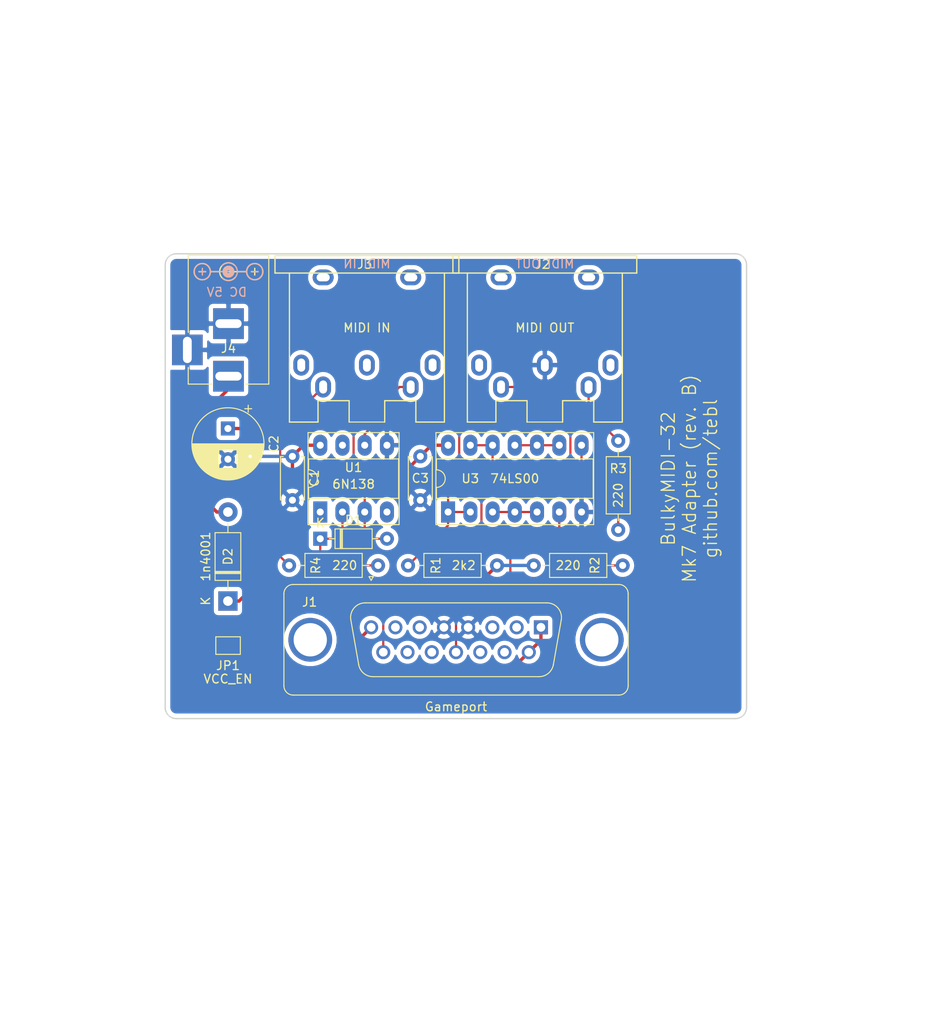
<source format=kicad_pcb>
(kicad_pcb (version 20171130) (host pcbnew "(5.1.8)-1")

  (general
    (thickness 1.6)
    (drawings 12)
    (tracks 102)
    (zones 0)
    (modules 17)
    (nets 16)
  )

  (page A4)
  (layers
    (0 F.Cu signal)
    (31 B.Cu signal)
    (32 B.Adhes user)
    (33 F.Adhes user)
    (34 B.Paste user)
    (35 F.Paste user)
    (36 B.SilkS user)
    (37 F.SilkS user)
    (38 B.Mask user)
    (39 F.Mask user)
    (40 Dwgs.User user)
    (41 Cmts.User user)
    (42 Eco1.User user)
    (43 Eco2.User user)
    (44 Edge.Cuts user)
    (45 Margin user)
    (46 B.CrtYd user)
    (47 F.CrtYd user)
    (48 B.Fab user)
    (49 F.Fab user)
  )

  (setup
    (last_trace_width 0.25)
    (user_trace_width 0.381)
    (trace_clearance 0.2)
    (zone_clearance 0.508)
    (zone_45_only no)
    (trace_min 0.2)
    (via_size 0.6)
    (via_drill 0.4)
    (via_min_size 0.4)
    (via_min_drill 0.3)
    (user_via 1 0.4)
    (uvia_size 0.3)
    (uvia_drill 0.1)
    (uvias_allowed no)
    (uvia_min_size 0.2)
    (uvia_min_drill 0.1)
    (edge_width 0.15)
    (segment_width 0.2)
    (pcb_text_width 0.3)
    (pcb_text_size 1.5 1.5)
    (mod_edge_width 0.15)
    (mod_text_size 1 1)
    (mod_text_width 0.15)
    (pad_size 4 4)
    (pad_drill 3.048)
    (pad_to_mask_clearance 0)
    (aux_axis_origin 0 0)
    (visible_elements 7FFFFFFF)
    (pcbplotparams
      (layerselection 0x011fc_ffffffff)
      (usegerberextensions true)
      (usegerberattributes false)
      (usegerberadvancedattributes false)
      (creategerberjobfile false)
      (excludeedgelayer true)
      (linewidth 0.100000)
      (plotframeref false)
      (viasonmask false)
      (mode 1)
      (useauxorigin false)
      (hpglpennumber 1)
      (hpglpenspeed 20)
      (hpglpendiameter 15.000000)
      (psnegative false)
      (psa4output false)
      (plotreference true)
      (plotvalue true)
      (plotinvisibletext false)
      (padsonsilk false)
      (subtractmaskfromsilk false)
      (outputformat 1)
      (mirror false)
      (drillshape 0)
      (scaleselection 1)
      (outputdirectory "export/"))
  )

  (net 0 "")
  (net 1 GND)
  (net 2 +5V)
  (net 3 "Net-(D1-Pad1)")
  (net 4 "Net-(D1-Pad2)")
  (net 5 "Net-(J2-Pad5)")
  (net 6 "Net-(J2-Pad4)")
  (net 7 "Net-(J3-Pad4)")
  (net 8 "Net-(R1-Pad2)")
  (net 9 MIDI_TxD)
  (net 10 MIDI_RxD)
  (net 11 "Net-(R3-Pad2)")
  (net 12 "Net-(U3-Pad10)")
  (net 13 "Net-(U3-Pad3)")
  (net 14 "Net-(J1-Pad1)")
  (net 15 "Net-(D2-Pad2)")

  (net_class Default "This is the default net class."
    (clearance 0.2)
    (trace_width 0.25)
    (via_dia 0.6)
    (via_drill 0.4)
    (uvia_dia 0.3)
    (uvia_drill 0.1)
    (add_net MIDI_RxD)
    (add_net MIDI_TxD)
    (add_net "Net-(D1-Pad1)")
    (add_net "Net-(D1-Pad2)")
    (add_net "Net-(J2-Pad4)")
    (add_net "Net-(J2-Pad5)")
    (add_net "Net-(J3-Pad4)")
    (add_net "Net-(R1-Pad2)")
    (add_net "Net-(R3-Pad2)")
    (add_net "Net-(U3-Pad10)")
    (add_net "Net-(U3-Pad3)")
  )

  (net_class Power ""
    (clearance 0.2)
    (trace_width 0.381)
    (via_dia 1)
    (via_drill 0.4)
    (uvia_dia 0.3)
    (uvia_drill 0.1)
    (add_net +5V)
    (add_net GND)
    (add_net "Net-(D2-Pad2)")
    (add_net "Net-(J1-Pad1)")
  )

  (module RND_DSUB:DSUB-15_Female_Vertical_Pitch2.77x2.84mm (layer F.Cu) (tedit 62CA1276) (tstamp 62CA8028)
    (at 108.4326 109.6772)
    (descr "15-pin D-Sub connector, straight/vertical, THT-mount, male, pitch 2.77x2.84mm, distance of mounting holes 33.3mm, see https://disti-assets.s3.amazonaws.com/tonar/files/datasheets/16730.pdf")
    (tags "15-pin D-Sub connector straight vertical THT male pitch 2.77x2.84mm mounting holes distance 33.3mm")
    (path /620AD515)
    (fp_text reference J1 (at -7.0326 -2.8772) (layer F.SilkS)
      (effects (font (size 1 1) (thickness 0.15)))
    )
    (fp_text value Gameport (at 9.695 9.0678) (layer F.SilkS)
      (effects (font (size 1 1) (thickness 0.15)))
    )
    (fp_line (start 29.8 -5.35) (end -10.45 -5.35) (layer F.CrtYd) (width 0.05))
    (fp_line (start 29.8 8.2) (end 29.8 -5.35) (layer F.CrtYd) (width 0.05))
    (fp_line (start -10.45 8.2) (end 29.8 8.2) (layer F.CrtYd) (width 0.05))
    (fp_line (start -10.45 -5.35) (end -10.45 8.2) (layer F.CrtYd) (width 0.05))
    (fp_line (start -2.32147 -0.841744) (end -1.422202 4.258256) (layer F.SilkS) (width 0.12))
    (fp_line (start 21.71147 -0.841744) (end 20.812202 4.258256) (layer F.SilkS) (width 0.12))
    (fp_line (start 0.212579 5.63) (end 19.177421 5.63) (layer F.SilkS) (width 0.12))
    (fp_line (start -0.686689 -2.79) (end 20.076689 -2.79) (layer F.SilkS) (width 0.12))
    (fp_line (start -2.273887 -0.852163) (end -1.374619 4.247837) (layer F.Fab) (width 0.1))
    (fp_line (start 21.663887 -0.852163) (end 20.764619 4.247837) (layer F.Fab) (width 0.1))
    (fp_line (start 0.201073 5.57) (end 19.188927 5.57) (layer F.Fab) (width 0.1))
    (fp_line (start -0.698194 -2.73) (end 20.088194 -2.73) (layer F.Fab) (width 0.1))
    (fp_line (start 0 -5.351325) (end -0.25 -5.784338) (layer F.SilkS) (width 0.12))
    (fp_line (start 0.25 -5.784338) (end 0 -5.351325) (layer F.SilkS) (width 0.12))
    (fp_line (start -0.25 -5.784338) (end 0.25 -5.784338) (layer F.SilkS) (width 0.12))
    (fp_line (start -9.965 6.67) (end -9.965 -3.83) (layer F.SilkS) (width 0.12))
    (fp_line (start 28.295 7.73) (end -8.905 7.73) (layer F.SilkS) (width 0.12))
    (fp_line (start 29.355 -3.83) (end 29.355 6.67) (layer F.SilkS) (width 0.12))
    (fp_line (start -8.905 -4.89) (end 28.295 -4.89) (layer F.SilkS) (width 0.12))
    (fp_line (start -9.905 6.67) (end -9.905 -3.83) (layer F.Fab) (width 0.1))
    (fp_line (start 28.295 7.67) (end -8.905 7.67) (layer F.Fab) (width 0.1))
    (fp_line (start 29.295 -3.83) (end 29.295 6.67) (layer F.Fab) (width 0.1))
    (fp_line (start -8.905 -4.83) (end 28.295 -4.83) (layer F.Fab) (width 0.1))
    (fp_arc (start -8.905 -3.83) (end -9.905 -3.83) (angle 90) (layer F.Fab) (width 0.1))
    (fp_arc (start 28.295 -3.83) (end 28.295 -4.83) (angle 90) (layer F.Fab) (width 0.1))
    (fp_arc (start -8.905 6.67) (end -9.905 6.67) (angle -90) (layer F.Fab) (width 0.1))
    (fp_arc (start 28.295 6.67) (end 29.295 6.67) (angle 90) (layer F.Fab) (width 0.1))
    (fp_arc (start -8.905 -3.83) (end -9.965 -3.83) (angle 90) (layer F.SilkS) (width 0.12))
    (fp_arc (start 28.295 -3.83) (end 28.295 -4.89) (angle 90) (layer F.SilkS) (width 0.12))
    (fp_arc (start -8.905 6.67) (end -9.965 6.67) (angle -90) (layer F.SilkS) (width 0.12))
    (fp_arc (start 28.295 6.67) (end 29.355 6.67) (angle 90) (layer F.SilkS) (width 0.12))
    (fp_arc (start -0.698194 -1.13) (end -0.698194 -2.73) (angle -100) (layer F.Fab) (width 0.1))
    (fp_arc (start 20.088194 -1.13) (end 20.088194 -2.73) (angle 100) (layer F.Fab) (width 0.1))
    (fp_arc (start 0.201073 3.97) (end 0.201073 5.57) (angle 80) (layer F.Fab) (width 0.1))
    (fp_arc (start 19.188927 3.97) (end 19.188927 5.57) (angle -80) (layer F.Fab) (width 0.1))
    (fp_arc (start -0.686689 -1.13) (end -0.686689 -2.79) (angle -100) (layer F.SilkS) (width 0.12))
    (fp_arc (start 20.076689 -1.13) (end 20.076689 -2.79) (angle 100) (layer F.SilkS) (width 0.12))
    (fp_arc (start 0.212579 3.97) (end 0.212579 5.63) (angle 80) (layer F.SilkS) (width 0.12))
    (fp_arc (start 19.177421 3.97) (end 19.177421 5.63) (angle -80) (layer F.SilkS) (width 0.12))
    (fp_text user %R (at 9.695 1.42) (layer F.Fab)
      (effects (font (size 1 1) (thickness 0.15)))
    )
    (pad 8 thru_hole circle (at 0 0) (size 1.6 1.6) (drill 1) (layers *.Cu *.Mask)
      (net 14 "Net-(J1-Pad1)"))
    (pad 7 thru_hole circle (at 2.77 0) (size 1.6 1.6) (drill 1) (layers *.Cu *.Mask))
    (pad 6 thru_hole circle (at 5.54 0) (size 1.6 1.6) (drill 1) (layers *.Cu *.Mask))
    (pad 5 thru_hole circle (at 8.31 0) (size 1.6 1.6) (drill 1) (layers *.Cu *.Mask)
      (net 1 GND))
    (pad 4 thru_hole circle (at 11.08 0) (size 1.6 1.6) (drill 1) (layers *.Cu *.Mask)
      (net 1 GND))
    (pad 3 thru_hole circle (at 13.85 0) (size 1.6 1.6) (drill 1) (layers *.Cu *.Mask))
    (pad 2 thru_hole circle (at 16.62 0) (size 1.6 1.6) (drill 1) (layers *.Cu *.Mask))
    (pad 1 thru_hole rect (at 19.39 0) (size 1.6 1.6) (drill 1) (layers *.Cu *.Mask)
      (net 14 "Net-(J1-Pad1)"))
    (pad 15 thru_hole circle (at 1.385 2.84) (size 1.6 1.6) (drill 1) (layers *.Cu *.Mask)
      (net 9 MIDI_TxD))
    (pad 14 thru_hole circle (at 4.155 2.84) (size 1.6 1.6) (drill 1) (layers *.Cu *.Mask))
    (pad 13 thru_hole circle (at 6.925 2.84) (size 1.6 1.6) (drill 1) (layers *.Cu *.Mask))
    (pad 12 thru_hole circle (at 9.695 2.84) (size 1.6 1.6) (drill 1) (layers *.Cu *.Mask)
      (net 10 MIDI_RxD))
    (pad 11 thru_hole circle (at 12.465 2.84) (size 1.6 1.6) (drill 1) (layers *.Cu *.Mask))
    (pad 10 thru_hole circle (at 15.235 2.84) (size 1.6 1.6) (drill 1) (layers *.Cu *.Mask))
    (pad 9 thru_hole circle (at 18.005 2.84) (size 1.6 1.6) (drill 1) (layers *.Cu *.Mask)
      (net 14 "Net-(J1-Pad1)"))
    (pad "" np_thru_hole circle (at -6.955 1.42) (size 5 5) (drill 3.8) (layers *.Cu *.Mask))
    (pad "" np_thru_hole circle (at 26.345 1.42) (size 5 5) (drill 3.8) (layers *.Cu *.Mask))
    (model ${KISYS3DMOD}/Connectors_DSub.3dshapes/DSUB-15_Male_Vertical_Pitch2.77x2.84mm.wrl
      (at (xyz 0 0 0))
      (scale (xyz 1 1 1))
      (rotate (xyz 0 0 0))
    )
  )

  (module Resistor_THT:R_Axial_DIN0207_L6.3mm_D2.5mm_P10.16mm_Horizontal (layer F.Cu) (tedit 5AE5139B) (tstamp 6204C2E8)
    (at 122.809 102.616 180)
    (descr "Resistor, Axial_DIN0207 series, Axial, Horizontal, pin pitch=10.16mm, 0.25W = 1/4W, length*diameter=6.3*2.5mm^2, http://cdn-reichelt.de/documents/datenblatt/B400/1_4W%23YAG.pdf")
    (tags "Resistor Axial_DIN0207 series Axial Horizontal pin pitch 10.16mm 0.25W = 1/4W length 6.3mm diameter 2.5mm")
    (path /6219F0FD)
    (fp_text reference R1 (at 6.985 0 90) (layer F.SilkS)
      (effects (font (size 1 1) (thickness 0.15)))
    )
    (fp_text value 2k2 (at 3.81 0) (layer F.SilkS)
      (effects (font (size 1 1) (thickness 0.15)))
    )
    (fp_line (start 11.21 -1.5) (end -1.05 -1.5) (layer F.CrtYd) (width 0.05))
    (fp_line (start 11.21 1.5) (end 11.21 -1.5) (layer F.CrtYd) (width 0.05))
    (fp_line (start -1.05 1.5) (end 11.21 1.5) (layer F.CrtYd) (width 0.05))
    (fp_line (start -1.05 -1.5) (end -1.05 1.5) (layer F.CrtYd) (width 0.05))
    (fp_line (start 9.12 0) (end 8.35 0) (layer F.SilkS) (width 0.12))
    (fp_line (start 1.04 0) (end 1.81 0) (layer F.SilkS) (width 0.12))
    (fp_line (start 8.35 -1.37) (end 1.81 -1.37) (layer F.SilkS) (width 0.12))
    (fp_line (start 8.35 1.37) (end 8.35 -1.37) (layer F.SilkS) (width 0.12))
    (fp_line (start 1.81 1.37) (end 8.35 1.37) (layer F.SilkS) (width 0.12))
    (fp_line (start 1.81 -1.37) (end 1.81 1.37) (layer F.SilkS) (width 0.12))
    (fp_line (start 10.16 0) (end 8.23 0) (layer F.Fab) (width 0.1))
    (fp_line (start 0 0) (end 1.93 0) (layer F.Fab) (width 0.1))
    (fp_line (start 8.23 -1.25) (end 1.93 -1.25) (layer F.Fab) (width 0.1))
    (fp_line (start 8.23 1.25) (end 8.23 -1.25) (layer F.Fab) (width 0.1))
    (fp_line (start 1.93 1.25) (end 8.23 1.25) (layer F.Fab) (width 0.1))
    (fp_line (start 1.93 -1.25) (end 1.93 1.25) (layer F.Fab) (width 0.1))
    (fp_text user %R (at 6.985 0 90) (layer F.Fab)
      (effects (font (size 1 1) (thickness 0.15)))
    )
    (pad 2 thru_hole oval (at 10.16 0 180) (size 1.6 1.6) (drill 0.8) (layers *.Cu *.Mask)
      (net 8 "Net-(R1-Pad2)"))
    (pad 1 thru_hole circle (at 0 0 180) (size 1.6 1.6) (drill 0.8) (layers *.Cu *.Mask)
      (net 2 +5V))
    (model ${KISYS3DMOD}/Resistor_THT.3dshapes/R_Axial_DIN0207_L6.3mm_D2.5mm_P10.16mm_Horizontal.wrl
      (at (xyz 0 0 0))
      (scale (xyz 1 1 1))
      (rotate (xyz 0 0 0))
    )
  )

  (module Resistor_THT:R_Axial_DIN0207_L6.3mm_D2.5mm_P10.16mm_Horizontal (layer F.Cu) (tedit 5AE5139B) (tstamp 62059B4B)
    (at 136.652 88.392 270)
    (descr "Resistor, Axial_DIN0207 series, Axial, Horizontal, pin pitch=10.16mm, 0.25W = 1/4W, length*diameter=6.3*2.5mm^2, http://cdn-reichelt.de/documents/datenblatt/B400/1_4W%23YAG.pdf")
    (tags "Resistor Axial_DIN0207 series Axial Horizontal pin pitch 10.16mm 0.25W = 1/4W length 6.3mm diameter 2.5mm")
    (path /622D9678)
    (fp_text reference R3 (at 3.175 0 180) (layer F.SilkS)
      (effects (font (size 1 1) (thickness 0.15)))
    )
    (fp_text value 220 (at 6.223 0 90) (layer F.SilkS)
      (effects (font (size 1 1) (thickness 0.15)))
    )
    (fp_line (start 11.21 -1.5) (end -1.05 -1.5) (layer F.CrtYd) (width 0.05))
    (fp_line (start 11.21 1.5) (end 11.21 -1.5) (layer F.CrtYd) (width 0.05))
    (fp_line (start -1.05 1.5) (end 11.21 1.5) (layer F.CrtYd) (width 0.05))
    (fp_line (start -1.05 -1.5) (end -1.05 1.5) (layer F.CrtYd) (width 0.05))
    (fp_line (start 9.12 0) (end 8.35 0) (layer F.SilkS) (width 0.12))
    (fp_line (start 1.04 0) (end 1.81 0) (layer F.SilkS) (width 0.12))
    (fp_line (start 8.35 -1.37) (end 1.81 -1.37) (layer F.SilkS) (width 0.12))
    (fp_line (start 8.35 1.37) (end 8.35 -1.37) (layer F.SilkS) (width 0.12))
    (fp_line (start 1.81 1.37) (end 8.35 1.37) (layer F.SilkS) (width 0.12))
    (fp_line (start 1.81 -1.37) (end 1.81 1.37) (layer F.SilkS) (width 0.12))
    (fp_line (start 10.16 0) (end 8.23 0) (layer F.Fab) (width 0.1))
    (fp_line (start 0 0) (end 1.93 0) (layer F.Fab) (width 0.1))
    (fp_line (start 8.23 -1.25) (end 1.93 -1.25) (layer F.Fab) (width 0.1))
    (fp_line (start 8.23 1.25) (end 8.23 -1.25) (layer F.Fab) (width 0.1))
    (fp_line (start 1.93 1.25) (end 8.23 1.25) (layer F.Fab) (width 0.1))
    (fp_line (start 1.93 -1.25) (end 1.93 1.25) (layer F.Fab) (width 0.1))
    (fp_text user %R (at 3.175 0 180) (layer F.Fab)
      (effects (font (size 1 1) (thickness 0.15)))
    )
    (pad 2 thru_hole oval (at 10.16 0 270) (size 1.6 1.6) (drill 0.8) (layers *.Cu *.Mask)
      (net 11 "Net-(R3-Pad2)"))
    (pad 1 thru_hole circle (at 0 0 270) (size 1.6 1.6) (drill 0.8) (layers *.Cu *.Mask)
      (net 5 "Net-(J2-Pad5)"))
    (model ${KISYS3DMOD}/Resistor_THT.3dshapes/R_Axial_DIN0207_L6.3mm_D2.5mm_P10.16mm_Horizontal.wrl
      (at (xyz 0 0 0))
      (scale (xyz 1 1 1))
      (rotate (xyz 0 0 0))
    )
  )

  (module Package_DIP:DIP-8_W7.62mm_Socket_LongPads (layer F.Cu) (tedit 5A02E8C5) (tstamp 6204C351)
    (at 102.616 96.52 90)
    (descr "8-lead though-hole mounted DIP package, row spacing 7.62 mm (300 mils), Socket, LongPads")
    (tags "THT DIP DIL PDIP 2.54mm 7.62mm 300mil Socket LongPads")
    (path /62109585)
    (fp_text reference U1 (at 5.08 3.81 180) (layer F.SilkS)
      (effects (font (size 1 1) (thickness 0.15)))
    )
    (fp_text value 6N138 (at 3.175 3.81 180) (layer F.SilkS)
      (effects (font (size 1 1) (thickness 0.15)))
    )
    (fp_line (start 1.635 -1.27) (end 6.985 -1.27) (layer F.Fab) (width 0.1))
    (fp_line (start 6.985 -1.27) (end 6.985 8.89) (layer F.Fab) (width 0.1))
    (fp_line (start 6.985 8.89) (end 0.635 8.89) (layer F.Fab) (width 0.1))
    (fp_line (start 0.635 8.89) (end 0.635 -0.27) (layer F.Fab) (width 0.1))
    (fp_line (start 0.635 -0.27) (end 1.635 -1.27) (layer F.Fab) (width 0.1))
    (fp_line (start -1.27 -1.33) (end -1.27 8.95) (layer F.Fab) (width 0.1))
    (fp_line (start -1.27 8.95) (end 8.89 8.95) (layer F.Fab) (width 0.1))
    (fp_line (start 8.89 8.95) (end 8.89 -1.33) (layer F.Fab) (width 0.1))
    (fp_line (start 8.89 -1.33) (end -1.27 -1.33) (layer F.Fab) (width 0.1))
    (fp_line (start 2.81 -1.33) (end 1.56 -1.33) (layer F.SilkS) (width 0.12))
    (fp_line (start 1.56 -1.33) (end 1.56 8.95) (layer F.SilkS) (width 0.12))
    (fp_line (start 1.56 8.95) (end 6.06 8.95) (layer F.SilkS) (width 0.12))
    (fp_line (start 6.06 8.95) (end 6.06 -1.33) (layer F.SilkS) (width 0.12))
    (fp_line (start 6.06 -1.33) (end 4.81 -1.33) (layer F.SilkS) (width 0.12))
    (fp_line (start -1.44 -1.39) (end -1.44 9.01) (layer F.SilkS) (width 0.12))
    (fp_line (start -1.44 9.01) (end 9.06 9.01) (layer F.SilkS) (width 0.12))
    (fp_line (start 9.06 9.01) (end 9.06 -1.39) (layer F.SilkS) (width 0.12))
    (fp_line (start 9.06 -1.39) (end -1.44 -1.39) (layer F.SilkS) (width 0.12))
    (fp_line (start -1.55 -1.6) (end -1.55 9.2) (layer F.CrtYd) (width 0.05))
    (fp_line (start -1.55 9.2) (end 9.15 9.2) (layer F.CrtYd) (width 0.05))
    (fp_line (start 9.15 9.2) (end 9.15 -1.6) (layer F.CrtYd) (width 0.05))
    (fp_line (start 9.15 -1.6) (end -1.55 -1.6) (layer F.CrtYd) (width 0.05))
    (fp_arc (start 3.81 -1.33) (end 2.81 -1.33) (angle -180) (layer F.SilkS) (width 0.12))
    (fp_text user %R (at 5.08 3.81 180) (layer F.Fab)
      (effects (font (size 1 1) (thickness 0.15)))
    )
    (pad 1 thru_hole rect (at 0 0 90) (size 2.4 1.6) (drill 0.8) (layers *.Cu *.Mask))
    (pad 5 thru_hole oval (at 7.62 7.62 90) (size 2.4 1.6) (drill 0.8) (layers *.Cu *.Mask)
      (net 1 GND))
    (pad 2 thru_hole oval (at 0 2.54 90) (size 2.4 1.6) (drill 0.8) (layers *.Cu *.Mask)
      (net 3 "Net-(D1-Pad1)"))
    (pad 6 thru_hole oval (at 7.62 5.08 90) (size 2.4 1.6) (drill 0.8) (layers *.Cu *.Mask)
      (net 8 "Net-(R1-Pad2)"))
    (pad 3 thru_hole oval (at 0 5.08 90) (size 2.4 1.6) (drill 0.8) (layers *.Cu *.Mask)
      (net 4 "Net-(D1-Pad2)"))
    (pad 7 thru_hole oval (at 7.62 2.54 90) (size 2.4 1.6) (drill 0.8) (layers *.Cu *.Mask))
    (pad 4 thru_hole oval (at 0 7.62 90) (size 2.4 1.6) (drill 0.8) (layers *.Cu *.Mask))
    (pad 8 thru_hole oval (at 7.62 0 90) (size 2.4 1.6) (drill 0.8) (layers *.Cu *.Mask)
      (net 2 +5V))
    (model ${KISYS3DMOD}/Package_DIP.3dshapes/DIP-8_W7.62mm_Socket.wrl
      (at (xyz 0 0 0))
      (scale (xyz 1 1 1))
      (rotate (xyz 0 0 0))
    )
  )

  (module Package_DIP:DIP-14_W7.62mm_Socket_LongPads (layer F.Cu) (tedit 5A02E8C5) (tstamp 6204C37B)
    (at 117.221 96.52 90)
    (descr "14-lead though-hole mounted DIP package, row spacing 7.62 mm (300 mils), Socket, LongPads")
    (tags "THT DIP DIL PDIP 2.54mm 7.62mm 300mil Socket LongPads")
    (path /620D2C7D)
    (fp_text reference U3 (at 3.81 2.54 180) (layer F.SilkS)
      (effects (font (size 1 1) (thickness 0.15)))
    )
    (fp_text value 74LS00 (at 3.81 7.62 180) (layer F.SilkS)
      (effects (font (size 1 1) (thickness 0.15)))
    )
    (fp_line (start 1.635 -1.27) (end 6.985 -1.27) (layer F.Fab) (width 0.1))
    (fp_line (start 6.985 -1.27) (end 6.985 16.51) (layer F.Fab) (width 0.1))
    (fp_line (start 6.985 16.51) (end 0.635 16.51) (layer F.Fab) (width 0.1))
    (fp_line (start 0.635 16.51) (end 0.635 -0.27) (layer F.Fab) (width 0.1))
    (fp_line (start 0.635 -0.27) (end 1.635 -1.27) (layer F.Fab) (width 0.1))
    (fp_line (start -1.27 -1.33) (end -1.27 16.57) (layer F.Fab) (width 0.1))
    (fp_line (start -1.27 16.57) (end 8.89 16.57) (layer F.Fab) (width 0.1))
    (fp_line (start 8.89 16.57) (end 8.89 -1.33) (layer F.Fab) (width 0.1))
    (fp_line (start 8.89 -1.33) (end -1.27 -1.33) (layer F.Fab) (width 0.1))
    (fp_line (start 2.81 -1.33) (end 1.56 -1.33) (layer F.SilkS) (width 0.12))
    (fp_line (start 1.56 -1.33) (end 1.56 16.57) (layer F.SilkS) (width 0.12))
    (fp_line (start 1.56 16.57) (end 6.06 16.57) (layer F.SilkS) (width 0.12))
    (fp_line (start 6.06 16.57) (end 6.06 -1.33) (layer F.SilkS) (width 0.12))
    (fp_line (start 6.06 -1.33) (end 4.81 -1.33) (layer F.SilkS) (width 0.12))
    (fp_line (start -1.44 -1.39) (end -1.44 16.63) (layer F.SilkS) (width 0.12))
    (fp_line (start -1.44 16.63) (end 9.06 16.63) (layer F.SilkS) (width 0.12))
    (fp_line (start 9.06 16.63) (end 9.06 -1.39) (layer F.SilkS) (width 0.12))
    (fp_line (start 9.06 -1.39) (end -1.44 -1.39) (layer F.SilkS) (width 0.12))
    (fp_line (start -1.55 -1.6) (end -1.55 16.85) (layer F.CrtYd) (width 0.05))
    (fp_line (start -1.55 16.85) (end 9.15 16.85) (layer F.CrtYd) (width 0.05))
    (fp_line (start 9.15 16.85) (end 9.15 -1.6) (layer F.CrtYd) (width 0.05))
    (fp_line (start 9.15 -1.6) (end -1.55 -1.6) (layer F.CrtYd) (width 0.05))
    (fp_arc (start 3.81 -1.33) (end 2.81 -1.33) (angle -180) (layer F.SilkS) (width 0.12))
    (fp_text user %R (at 3.81 2.54 180) (layer F.Fab)
      (effects (font (size 1 1) (thickness 0.15)))
    )
    (pad 1 thru_hole rect (at 0 0 90) (size 2.4 1.6) (drill 0.8) (layers *.Cu *.Mask)
      (net 8 "Net-(R1-Pad2)"))
    (pad 8 thru_hole oval (at 7.62 15.24 90) (size 2.4 1.6) (drill 0.8) (layers *.Cu *.Mask)
      (net 11 "Net-(R3-Pad2)"))
    (pad 2 thru_hole oval (at 0 2.54 90) (size 2.4 1.6) (drill 0.8) (layers *.Cu *.Mask)
      (net 8 "Net-(R1-Pad2)"))
    (pad 9 thru_hole oval (at 7.62 12.7 90) (size 2.4 1.6) (drill 0.8) (layers *.Cu *.Mask)
      (net 12 "Net-(U3-Pad10)"))
    (pad 3 thru_hole oval (at 0 5.08 90) (size 2.4 1.6) (drill 0.8) (layers *.Cu *.Mask)
      (net 13 "Net-(U3-Pad3)"))
    (pad 10 thru_hole oval (at 7.62 10.16 90) (size 2.4 1.6) (drill 0.8) (layers *.Cu *.Mask)
      (net 12 "Net-(U3-Pad10)"))
    (pad 4 thru_hole oval (at 0 7.62 90) (size 2.4 1.6) (drill 0.8) (layers *.Cu *.Mask)
      (net 13 "Net-(U3-Pad3)"))
    (pad 11 thru_hole oval (at 7.62 7.62 90) (size 2.4 1.6) (drill 0.8) (layers *.Cu *.Mask)
      (net 12 "Net-(U3-Pad10)"))
    (pad 5 thru_hole oval (at 0 10.16 90) (size 2.4 1.6) (drill 0.8) (layers *.Cu *.Mask)
      (net 13 "Net-(U3-Pad3)"))
    (pad 12 thru_hole oval (at 7.62 5.08 90) (size 2.4 1.6) (drill 0.8) (layers *.Cu *.Mask)
      (net 9 MIDI_TxD))
    (pad 6 thru_hole oval (at 0 12.7 90) (size 2.4 1.6) (drill 0.8) (layers *.Cu *.Mask)
      (net 10 MIDI_RxD))
    (pad 13 thru_hole oval (at 7.62 2.54 90) (size 2.4 1.6) (drill 0.8) (layers *.Cu *.Mask)
      (net 9 MIDI_TxD))
    (pad 7 thru_hole oval (at 0 15.24 90) (size 2.4 1.6) (drill 0.8) (layers *.Cu *.Mask)
      (net 1 GND))
    (pad 14 thru_hole oval (at 7.62 0 90) (size 2.4 1.6) (drill 0.8) (layers *.Cu *.Mask)
      (net 2 +5V))
    (model ${KISYS3DMOD}/Package_DIP.3dshapes/DIP-14_W7.62mm_Socket.wrl
      (at (xyz 0 0 0))
      (scale (xyz 1 1 1))
      (rotate (xyz 0 0 0))
    )
  )

  (module Capacitor_THT:C_Disc_D4.7mm_W2.5mm_P5.00mm (layer F.Cu) (tedit 5AE50EF0) (tstamp 6205997E)
    (at 114.046 90.17 270)
    (descr "C, Disc series, Radial, pin pitch=5.00mm, , diameter*width=4.7*2.5mm^2, Capacitor, http://www.vishay.com/docs/45233/krseries.pdf")
    (tags "C Disc series Radial pin pitch 5.00mm  diameter 4.7mm width 2.5mm Capacitor")
    (path /6257FB01)
    (fp_text reference C3 (at 2.5 0 180) (layer F.SilkS)
      (effects (font (size 1 1) (thickness 0.15)))
    )
    (fp_text value 100nF (at 2.5 2.5 90) (layer F.Fab)
      (effects (font (size 1 1) (thickness 0.15)))
    )
    (fp_line (start 0.15 -1.25) (end 0.15 1.25) (layer F.Fab) (width 0.1))
    (fp_line (start 0.15 1.25) (end 4.85 1.25) (layer F.Fab) (width 0.1))
    (fp_line (start 4.85 1.25) (end 4.85 -1.25) (layer F.Fab) (width 0.1))
    (fp_line (start 4.85 -1.25) (end 0.15 -1.25) (layer F.Fab) (width 0.1))
    (fp_line (start 0.03 -1.37) (end 4.97 -1.37) (layer F.SilkS) (width 0.12))
    (fp_line (start 0.03 1.37) (end 4.97 1.37) (layer F.SilkS) (width 0.12))
    (fp_line (start 0.03 -1.37) (end 0.03 -1.055) (layer F.SilkS) (width 0.12))
    (fp_line (start 0.03 1.055) (end 0.03 1.37) (layer F.SilkS) (width 0.12))
    (fp_line (start 4.97 -1.37) (end 4.97 -1.055) (layer F.SilkS) (width 0.12))
    (fp_line (start 4.97 1.055) (end 4.97 1.37) (layer F.SilkS) (width 0.12))
    (fp_line (start -1.05 -1.5) (end -1.05 1.5) (layer F.CrtYd) (width 0.05))
    (fp_line (start -1.05 1.5) (end 6.05 1.5) (layer F.CrtYd) (width 0.05))
    (fp_line (start 6.05 1.5) (end 6.05 -1.5) (layer F.CrtYd) (width 0.05))
    (fp_line (start 6.05 -1.5) (end -1.05 -1.5) (layer F.CrtYd) (width 0.05))
    (fp_text user %R (at 2.5 0 180) (layer F.Fab)
      (effects (font (size 0.94 0.94) (thickness 0.141)))
    )
    (pad 2 thru_hole circle (at 5 0 270) (size 1.6 1.6) (drill 0.8) (layers *.Cu *.Mask)
      (net 1 GND))
    (pad 1 thru_hole circle (at 0 0 270) (size 1.6 1.6) (drill 0.8) (layers *.Cu *.Mask)
      (net 2 +5V))
    (model ${KISYS3DMOD}/Capacitor_THT.3dshapes/C_Disc_D4.7mm_W2.5mm_P5.00mm.wrl
      (at (xyz 0 0 0))
      (scale (xyz 1 1 1))
      (rotate (xyz 0 0 0))
    )
  )

  (module Capacitor_THT:C_Disc_D4.7mm_W2.5mm_P5.00mm (layer F.Cu) (tedit 5AE50EF0) (tstamp 62E46184)
    (at 99.441 90.17 270)
    (descr "C, Disc series, Radial, pin pitch=5.00mm, , diameter*width=4.7*2.5mm^2, Capacitor, http://www.vishay.com/docs/45233/krseries.pdf")
    (tags "C Disc series Radial pin pitch 5.00mm  diameter 4.7mm width 2.5mm Capacitor")
    (path /62E57D8A)
    (fp_text reference C1 (at 2.5 -2.5 90) (layer F.SilkS)
      (effects (font (size 1 1) (thickness 0.15)))
    )
    (fp_text value 100nF (at 2.5 2.5 90) (layer F.Fab)
      (effects (font (size 1 1) (thickness 0.15)))
    )
    (fp_line (start 0.15 -1.25) (end 0.15 1.25) (layer F.Fab) (width 0.1))
    (fp_line (start 0.15 1.25) (end 4.85 1.25) (layer F.Fab) (width 0.1))
    (fp_line (start 4.85 1.25) (end 4.85 -1.25) (layer F.Fab) (width 0.1))
    (fp_line (start 4.85 -1.25) (end 0.15 -1.25) (layer F.Fab) (width 0.1))
    (fp_line (start 0.03 -1.37) (end 4.97 -1.37) (layer F.SilkS) (width 0.12))
    (fp_line (start 0.03 1.37) (end 4.97 1.37) (layer F.SilkS) (width 0.12))
    (fp_line (start 0.03 -1.37) (end 0.03 -1.055) (layer F.SilkS) (width 0.12))
    (fp_line (start 0.03 1.055) (end 0.03 1.37) (layer F.SilkS) (width 0.12))
    (fp_line (start 4.97 -1.37) (end 4.97 -1.055) (layer F.SilkS) (width 0.12))
    (fp_line (start 4.97 1.055) (end 4.97 1.37) (layer F.SilkS) (width 0.12))
    (fp_line (start -1.05 -1.5) (end -1.05 1.5) (layer F.CrtYd) (width 0.05))
    (fp_line (start -1.05 1.5) (end 6.05 1.5) (layer F.CrtYd) (width 0.05))
    (fp_line (start 6.05 1.5) (end 6.05 -1.5) (layer F.CrtYd) (width 0.05))
    (fp_line (start 6.05 -1.5) (end -1.05 -1.5) (layer F.CrtYd) (width 0.05))
    (fp_text user %R (at 2.5 0 90) (layer F.Fab)
      (effects (font (size 0.94 0.94) (thickness 0.141)))
    )
    (pad 1 thru_hole circle (at 0 0 270) (size 1.6 1.6) (drill 0.8) (layers *.Cu *.Mask)
      (net 2 +5V))
    (pad 2 thru_hole circle (at 5 0 270) (size 1.6 1.6) (drill 0.8) (layers *.Cu *.Mask)
      (net 1 GND))
    (model ${KISYS3DMOD}/Capacitor_THT.3dshapes/C_Disc_D4.7mm_W2.5mm_P5.00mm.wrl
      (at (xyz 0 0 0))
      (scale (xyz 1 1 1))
      (rotate (xyz 0 0 0))
    )
  )

  (module Capacitor_THT:CP_Radial_D8.0mm_P3.50mm (layer F.Cu) (tedit 5AE50EF0) (tstamp 62E4622D)
    (at 92.075 86.995 270)
    (descr "CP, Radial series, Radial, pin pitch=3.50mm, , diameter=8mm, Electrolytic Capacitor")
    (tags "CP Radial series Radial pin pitch 3.50mm  diameter 8mm Electrolytic Capacitor")
    (path /5F9F946B)
    (fp_text reference C2 (at 1.75 -5.25 90) (layer F.SilkS)
      (effects (font (size 1 1) (thickness 0.15)))
    )
    (fp_text value 470uF (at 1.75 5.25 90) (layer F.Fab)
      (effects (font (size 1 1) (thickness 0.15)))
    )
    (fp_circle (center 1.75 0) (end 5.75 0) (layer F.Fab) (width 0.1))
    (fp_circle (center 1.75 0) (end 5.87 0) (layer F.SilkS) (width 0.12))
    (fp_circle (center 1.75 0) (end 6 0) (layer F.CrtYd) (width 0.05))
    (fp_line (start -1.676759 -1.7475) (end -0.876759 -1.7475) (layer F.Fab) (width 0.1))
    (fp_line (start -1.276759 -2.1475) (end -1.276759 -1.3475) (layer F.Fab) (width 0.1))
    (fp_line (start 1.75 -4.08) (end 1.75 4.08) (layer F.SilkS) (width 0.12))
    (fp_line (start 1.79 -4.08) (end 1.79 4.08) (layer F.SilkS) (width 0.12))
    (fp_line (start 1.83 -4.08) (end 1.83 4.08) (layer F.SilkS) (width 0.12))
    (fp_line (start 1.87 -4.079) (end 1.87 4.079) (layer F.SilkS) (width 0.12))
    (fp_line (start 1.91 -4.077) (end 1.91 4.077) (layer F.SilkS) (width 0.12))
    (fp_line (start 1.95 -4.076) (end 1.95 4.076) (layer F.SilkS) (width 0.12))
    (fp_line (start 1.99 -4.074) (end 1.99 4.074) (layer F.SilkS) (width 0.12))
    (fp_line (start 2.03 -4.071) (end 2.03 4.071) (layer F.SilkS) (width 0.12))
    (fp_line (start 2.07 -4.068) (end 2.07 4.068) (layer F.SilkS) (width 0.12))
    (fp_line (start 2.11 -4.065) (end 2.11 4.065) (layer F.SilkS) (width 0.12))
    (fp_line (start 2.15 -4.061) (end 2.15 4.061) (layer F.SilkS) (width 0.12))
    (fp_line (start 2.19 -4.057) (end 2.19 4.057) (layer F.SilkS) (width 0.12))
    (fp_line (start 2.23 -4.052) (end 2.23 4.052) (layer F.SilkS) (width 0.12))
    (fp_line (start 2.27 -4.048) (end 2.27 4.048) (layer F.SilkS) (width 0.12))
    (fp_line (start 2.31 -4.042) (end 2.31 4.042) (layer F.SilkS) (width 0.12))
    (fp_line (start 2.35 -4.037) (end 2.35 4.037) (layer F.SilkS) (width 0.12))
    (fp_line (start 2.39 -4.03) (end 2.39 4.03) (layer F.SilkS) (width 0.12))
    (fp_line (start 2.43 -4.024) (end 2.43 4.024) (layer F.SilkS) (width 0.12))
    (fp_line (start 2.471 -4.017) (end 2.471 -1.04) (layer F.SilkS) (width 0.12))
    (fp_line (start 2.471 1.04) (end 2.471 4.017) (layer F.SilkS) (width 0.12))
    (fp_line (start 2.511 -4.01) (end 2.511 -1.04) (layer F.SilkS) (width 0.12))
    (fp_line (start 2.511 1.04) (end 2.511 4.01) (layer F.SilkS) (width 0.12))
    (fp_line (start 2.551 -4.002) (end 2.551 -1.04) (layer F.SilkS) (width 0.12))
    (fp_line (start 2.551 1.04) (end 2.551 4.002) (layer F.SilkS) (width 0.12))
    (fp_line (start 2.591 -3.994) (end 2.591 -1.04) (layer F.SilkS) (width 0.12))
    (fp_line (start 2.591 1.04) (end 2.591 3.994) (layer F.SilkS) (width 0.12))
    (fp_line (start 2.631 -3.985) (end 2.631 -1.04) (layer F.SilkS) (width 0.12))
    (fp_line (start 2.631 1.04) (end 2.631 3.985) (layer F.SilkS) (width 0.12))
    (fp_line (start 2.671 -3.976) (end 2.671 -1.04) (layer F.SilkS) (width 0.12))
    (fp_line (start 2.671 1.04) (end 2.671 3.976) (layer F.SilkS) (width 0.12))
    (fp_line (start 2.711 -3.967) (end 2.711 -1.04) (layer F.SilkS) (width 0.12))
    (fp_line (start 2.711 1.04) (end 2.711 3.967) (layer F.SilkS) (width 0.12))
    (fp_line (start 2.751 -3.957) (end 2.751 -1.04) (layer F.SilkS) (width 0.12))
    (fp_line (start 2.751 1.04) (end 2.751 3.957) (layer F.SilkS) (width 0.12))
    (fp_line (start 2.791 -3.947) (end 2.791 -1.04) (layer F.SilkS) (width 0.12))
    (fp_line (start 2.791 1.04) (end 2.791 3.947) (layer F.SilkS) (width 0.12))
    (fp_line (start 2.831 -3.936) (end 2.831 -1.04) (layer F.SilkS) (width 0.12))
    (fp_line (start 2.831 1.04) (end 2.831 3.936) (layer F.SilkS) (width 0.12))
    (fp_line (start 2.871 -3.925) (end 2.871 -1.04) (layer F.SilkS) (width 0.12))
    (fp_line (start 2.871 1.04) (end 2.871 3.925) (layer F.SilkS) (width 0.12))
    (fp_line (start 2.911 -3.914) (end 2.911 -1.04) (layer F.SilkS) (width 0.12))
    (fp_line (start 2.911 1.04) (end 2.911 3.914) (layer F.SilkS) (width 0.12))
    (fp_line (start 2.951 -3.902) (end 2.951 -1.04) (layer F.SilkS) (width 0.12))
    (fp_line (start 2.951 1.04) (end 2.951 3.902) (layer F.SilkS) (width 0.12))
    (fp_line (start 2.991 -3.889) (end 2.991 -1.04) (layer F.SilkS) (width 0.12))
    (fp_line (start 2.991 1.04) (end 2.991 3.889) (layer F.SilkS) (width 0.12))
    (fp_line (start 3.031 -3.877) (end 3.031 -1.04) (layer F.SilkS) (width 0.12))
    (fp_line (start 3.031 1.04) (end 3.031 3.877) (layer F.SilkS) (width 0.12))
    (fp_line (start 3.071 -3.863) (end 3.071 -1.04) (layer F.SilkS) (width 0.12))
    (fp_line (start 3.071 1.04) (end 3.071 3.863) (layer F.SilkS) (width 0.12))
    (fp_line (start 3.111 -3.85) (end 3.111 -1.04) (layer F.SilkS) (width 0.12))
    (fp_line (start 3.111 1.04) (end 3.111 3.85) (layer F.SilkS) (width 0.12))
    (fp_line (start 3.151 -3.835) (end 3.151 -1.04) (layer F.SilkS) (width 0.12))
    (fp_line (start 3.151 1.04) (end 3.151 3.835) (layer F.SilkS) (width 0.12))
    (fp_line (start 3.191 -3.821) (end 3.191 -1.04) (layer F.SilkS) (width 0.12))
    (fp_line (start 3.191 1.04) (end 3.191 3.821) (layer F.SilkS) (width 0.12))
    (fp_line (start 3.231 -3.805) (end 3.231 -1.04) (layer F.SilkS) (width 0.12))
    (fp_line (start 3.231 1.04) (end 3.231 3.805) (layer F.SilkS) (width 0.12))
    (fp_line (start 3.271 -3.79) (end 3.271 -1.04) (layer F.SilkS) (width 0.12))
    (fp_line (start 3.271 1.04) (end 3.271 3.79) (layer F.SilkS) (width 0.12))
    (fp_line (start 3.311 -3.774) (end 3.311 -1.04) (layer F.SilkS) (width 0.12))
    (fp_line (start 3.311 1.04) (end 3.311 3.774) (layer F.SilkS) (width 0.12))
    (fp_line (start 3.351 -3.757) (end 3.351 -1.04) (layer F.SilkS) (width 0.12))
    (fp_line (start 3.351 1.04) (end 3.351 3.757) (layer F.SilkS) (width 0.12))
    (fp_line (start 3.391 -3.74) (end 3.391 -1.04) (layer F.SilkS) (width 0.12))
    (fp_line (start 3.391 1.04) (end 3.391 3.74) (layer F.SilkS) (width 0.12))
    (fp_line (start 3.431 -3.722) (end 3.431 -1.04) (layer F.SilkS) (width 0.12))
    (fp_line (start 3.431 1.04) (end 3.431 3.722) (layer F.SilkS) (width 0.12))
    (fp_line (start 3.471 -3.704) (end 3.471 -1.04) (layer F.SilkS) (width 0.12))
    (fp_line (start 3.471 1.04) (end 3.471 3.704) (layer F.SilkS) (width 0.12))
    (fp_line (start 3.511 -3.686) (end 3.511 -1.04) (layer F.SilkS) (width 0.12))
    (fp_line (start 3.511 1.04) (end 3.511 3.686) (layer F.SilkS) (width 0.12))
    (fp_line (start 3.551 -3.666) (end 3.551 -1.04) (layer F.SilkS) (width 0.12))
    (fp_line (start 3.551 1.04) (end 3.551 3.666) (layer F.SilkS) (width 0.12))
    (fp_line (start 3.591 -3.647) (end 3.591 -1.04) (layer F.SilkS) (width 0.12))
    (fp_line (start 3.591 1.04) (end 3.591 3.647) (layer F.SilkS) (width 0.12))
    (fp_line (start 3.631 -3.627) (end 3.631 -1.04) (layer F.SilkS) (width 0.12))
    (fp_line (start 3.631 1.04) (end 3.631 3.627) (layer F.SilkS) (width 0.12))
    (fp_line (start 3.671 -3.606) (end 3.671 -1.04) (layer F.SilkS) (width 0.12))
    (fp_line (start 3.671 1.04) (end 3.671 3.606) (layer F.SilkS) (width 0.12))
    (fp_line (start 3.711 -3.584) (end 3.711 -1.04) (layer F.SilkS) (width 0.12))
    (fp_line (start 3.711 1.04) (end 3.711 3.584) (layer F.SilkS) (width 0.12))
    (fp_line (start 3.751 -3.562) (end 3.751 -1.04) (layer F.SilkS) (width 0.12))
    (fp_line (start 3.751 1.04) (end 3.751 3.562) (layer F.SilkS) (width 0.12))
    (fp_line (start 3.791 -3.54) (end 3.791 -1.04) (layer F.SilkS) (width 0.12))
    (fp_line (start 3.791 1.04) (end 3.791 3.54) (layer F.SilkS) (width 0.12))
    (fp_line (start 3.831 -3.517) (end 3.831 -1.04) (layer F.SilkS) (width 0.12))
    (fp_line (start 3.831 1.04) (end 3.831 3.517) (layer F.SilkS) (width 0.12))
    (fp_line (start 3.871 -3.493) (end 3.871 -1.04) (layer F.SilkS) (width 0.12))
    (fp_line (start 3.871 1.04) (end 3.871 3.493) (layer F.SilkS) (width 0.12))
    (fp_line (start 3.911 -3.469) (end 3.911 -1.04) (layer F.SilkS) (width 0.12))
    (fp_line (start 3.911 1.04) (end 3.911 3.469) (layer F.SilkS) (width 0.12))
    (fp_line (start 3.951 -3.444) (end 3.951 -1.04) (layer F.SilkS) (width 0.12))
    (fp_line (start 3.951 1.04) (end 3.951 3.444) (layer F.SilkS) (width 0.12))
    (fp_line (start 3.991 -3.418) (end 3.991 -1.04) (layer F.SilkS) (width 0.12))
    (fp_line (start 3.991 1.04) (end 3.991 3.418) (layer F.SilkS) (width 0.12))
    (fp_line (start 4.031 -3.392) (end 4.031 -1.04) (layer F.SilkS) (width 0.12))
    (fp_line (start 4.031 1.04) (end 4.031 3.392) (layer F.SilkS) (width 0.12))
    (fp_line (start 4.071 -3.365) (end 4.071 -1.04) (layer F.SilkS) (width 0.12))
    (fp_line (start 4.071 1.04) (end 4.071 3.365) (layer F.SilkS) (width 0.12))
    (fp_line (start 4.111 -3.338) (end 4.111 -1.04) (layer F.SilkS) (width 0.12))
    (fp_line (start 4.111 1.04) (end 4.111 3.338) (layer F.SilkS) (width 0.12))
    (fp_line (start 4.151 -3.309) (end 4.151 -1.04) (layer F.SilkS) (width 0.12))
    (fp_line (start 4.151 1.04) (end 4.151 3.309) (layer F.SilkS) (width 0.12))
    (fp_line (start 4.191 -3.28) (end 4.191 -1.04) (layer F.SilkS) (width 0.12))
    (fp_line (start 4.191 1.04) (end 4.191 3.28) (layer F.SilkS) (width 0.12))
    (fp_line (start 4.231 -3.25) (end 4.231 -1.04) (layer F.SilkS) (width 0.12))
    (fp_line (start 4.231 1.04) (end 4.231 3.25) (layer F.SilkS) (width 0.12))
    (fp_line (start 4.271 -3.22) (end 4.271 -1.04) (layer F.SilkS) (width 0.12))
    (fp_line (start 4.271 1.04) (end 4.271 3.22) (layer F.SilkS) (width 0.12))
    (fp_line (start 4.311 -3.189) (end 4.311 -1.04) (layer F.SilkS) (width 0.12))
    (fp_line (start 4.311 1.04) (end 4.311 3.189) (layer F.SilkS) (width 0.12))
    (fp_line (start 4.351 -3.156) (end 4.351 -1.04) (layer F.SilkS) (width 0.12))
    (fp_line (start 4.351 1.04) (end 4.351 3.156) (layer F.SilkS) (width 0.12))
    (fp_line (start 4.391 -3.124) (end 4.391 -1.04) (layer F.SilkS) (width 0.12))
    (fp_line (start 4.391 1.04) (end 4.391 3.124) (layer F.SilkS) (width 0.12))
    (fp_line (start 4.431 -3.09) (end 4.431 -1.04) (layer F.SilkS) (width 0.12))
    (fp_line (start 4.431 1.04) (end 4.431 3.09) (layer F.SilkS) (width 0.12))
    (fp_line (start 4.471 -3.055) (end 4.471 -1.04) (layer F.SilkS) (width 0.12))
    (fp_line (start 4.471 1.04) (end 4.471 3.055) (layer F.SilkS) (width 0.12))
    (fp_line (start 4.511 -3.019) (end 4.511 -1.04) (layer F.SilkS) (width 0.12))
    (fp_line (start 4.511 1.04) (end 4.511 3.019) (layer F.SilkS) (width 0.12))
    (fp_line (start 4.551 -2.983) (end 4.551 2.983) (layer F.SilkS) (width 0.12))
    (fp_line (start 4.591 -2.945) (end 4.591 2.945) (layer F.SilkS) (width 0.12))
    (fp_line (start 4.631 -2.907) (end 4.631 2.907) (layer F.SilkS) (width 0.12))
    (fp_line (start 4.671 -2.867) (end 4.671 2.867) (layer F.SilkS) (width 0.12))
    (fp_line (start 4.711 -2.826) (end 4.711 2.826) (layer F.SilkS) (width 0.12))
    (fp_line (start 4.751 -2.784) (end 4.751 2.784) (layer F.SilkS) (width 0.12))
    (fp_line (start 4.791 -2.741) (end 4.791 2.741) (layer F.SilkS) (width 0.12))
    (fp_line (start 4.831 -2.697) (end 4.831 2.697) (layer F.SilkS) (width 0.12))
    (fp_line (start 4.871 -2.651) (end 4.871 2.651) (layer F.SilkS) (width 0.12))
    (fp_line (start 4.911 -2.604) (end 4.911 2.604) (layer F.SilkS) (width 0.12))
    (fp_line (start 4.951 -2.556) (end 4.951 2.556) (layer F.SilkS) (width 0.12))
    (fp_line (start 4.991 -2.505) (end 4.991 2.505) (layer F.SilkS) (width 0.12))
    (fp_line (start 5.031 -2.454) (end 5.031 2.454) (layer F.SilkS) (width 0.12))
    (fp_line (start 5.071 -2.4) (end 5.071 2.4) (layer F.SilkS) (width 0.12))
    (fp_line (start 5.111 -2.345) (end 5.111 2.345) (layer F.SilkS) (width 0.12))
    (fp_line (start 5.151 -2.287) (end 5.151 2.287) (layer F.SilkS) (width 0.12))
    (fp_line (start 5.191 -2.228) (end 5.191 2.228) (layer F.SilkS) (width 0.12))
    (fp_line (start 5.231 -2.166) (end 5.231 2.166) (layer F.SilkS) (width 0.12))
    (fp_line (start 5.271 -2.102) (end 5.271 2.102) (layer F.SilkS) (width 0.12))
    (fp_line (start 5.311 -2.034) (end 5.311 2.034) (layer F.SilkS) (width 0.12))
    (fp_line (start 5.351 -1.964) (end 5.351 1.964) (layer F.SilkS) (width 0.12))
    (fp_line (start 5.391 -1.89) (end 5.391 1.89) (layer F.SilkS) (width 0.12))
    (fp_line (start 5.431 -1.813) (end 5.431 1.813) (layer F.SilkS) (width 0.12))
    (fp_line (start 5.471 -1.731) (end 5.471 1.731) (layer F.SilkS) (width 0.12))
    (fp_line (start 5.511 -1.645) (end 5.511 1.645) (layer F.SilkS) (width 0.12))
    (fp_line (start 5.551 -1.552) (end 5.551 1.552) (layer F.SilkS) (width 0.12))
    (fp_line (start 5.591 -1.453) (end 5.591 1.453) (layer F.SilkS) (width 0.12))
    (fp_line (start 5.631 -1.346) (end 5.631 1.346) (layer F.SilkS) (width 0.12))
    (fp_line (start 5.671 -1.229) (end 5.671 1.229) (layer F.SilkS) (width 0.12))
    (fp_line (start 5.711 -1.098) (end 5.711 1.098) (layer F.SilkS) (width 0.12))
    (fp_line (start 5.751 -0.948) (end 5.751 0.948) (layer F.SilkS) (width 0.12))
    (fp_line (start 5.791 -0.768) (end 5.791 0.768) (layer F.SilkS) (width 0.12))
    (fp_line (start 5.831 -0.533) (end 5.831 0.533) (layer F.SilkS) (width 0.12))
    (fp_line (start -2.659698 -2.315) (end -1.859698 -2.315) (layer F.SilkS) (width 0.12))
    (fp_line (start -2.259698 -2.715) (end -2.259698 -1.915) (layer F.SilkS) (width 0.12))
    (fp_text user %R (at 1.75 0 90) (layer F.Fab)
      (effects (font (size 1 1) (thickness 0.15)))
    )
    (pad 1 thru_hole rect (at 0 0 270) (size 1.6 1.6) (drill 0.8) (layers *.Cu *.Mask)
      (net 2 +5V))
    (pad 2 thru_hole circle (at 3.5 0 270) (size 1.6 1.6) (drill 0.8) (layers *.Cu *.Mask)
      (net 1 GND))
    (model ${KISYS3DMOD}/Capacitor_THT.3dshapes/CP_Radial_D8.0mm_P3.50mm.wrl
      (at (xyz 0 0 0))
      (scale (xyz 1 1 1))
      (rotate (xyz 0 0 0))
    )
  )

  (module Diode_THT:D_DO-35_SOD27_P7.62mm_Horizontal (layer F.Cu) (tedit 5AE50CD5) (tstamp 62E4624C)
    (at 102.616 99.568)
    (descr "Diode, DO-35_SOD27 series, Axial, Horizontal, pin pitch=7.62mm, , length*diameter=4*2mm^2, , http://www.diodes.com/_files/packages/DO-35.pdf")
    (tags "Diode DO-35_SOD27 series Axial Horizontal pin pitch 7.62mm  length 4mm diameter 2mm")
    (path /62E57D8C)
    (fp_text reference D1 (at 3.81 -2.12) (layer F.SilkS)
      (effects (font (size 1 1) (thickness 0.15)))
    )
    (fp_text value 1N4148 (at 3.81 2.12) (layer F.Fab)
      (effects (font (size 1 1) (thickness 0.15)))
    )
    (fp_line (start 1.81 -1) (end 1.81 1) (layer F.Fab) (width 0.1))
    (fp_line (start 1.81 1) (end 5.81 1) (layer F.Fab) (width 0.1))
    (fp_line (start 5.81 1) (end 5.81 -1) (layer F.Fab) (width 0.1))
    (fp_line (start 5.81 -1) (end 1.81 -1) (layer F.Fab) (width 0.1))
    (fp_line (start 0 0) (end 1.81 0) (layer F.Fab) (width 0.1))
    (fp_line (start 7.62 0) (end 5.81 0) (layer F.Fab) (width 0.1))
    (fp_line (start 2.41 -1) (end 2.41 1) (layer F.Fab) (width 0.1))
    (fp_line (start 2.51 -1) (end 2.51 1) (layer F.Fab) (width 0.1))
    (fp_line (start 2.31 -1) (end 2.31 1) (layer F.Fab) (width 0.1))
    (fp_line (start 1.69 -1.12) (end 1.69 1.12) (layer F.SilkS) (width 0.12))
    (fp_line (start 1.69 1.12) (end 5.93 1.12) (layer F.SilkS) (width 0.12))
    (fp_line (start 5.93 1.12) (end 5.93 -1.12) (layer F.SilkS) (width 0.12))
    (fp_line (start 5.93 -1.12) (end 1.69 -1.12) (layer F.SilkS) (width 0.12))
    (fp_line (start 1.04 0) (end 1.69 0) (layer F.SilkS) (width 0.12))
    (fp_line (start 6.58 0) (end 5.93 0) (layer F.SilkS) (width 0.12))
    (fp_line (start 2.41 -1.12) (end 2.41 1.12) (layer F.SilkS) (width 0.12))
    (fp_line (start 2.53 -1.12) (end 2.53 1.12) (layer F.SilkS) (width 0.12))
    (fp_line (start 2.29 -1.12) (end 2.29 1.12) (layer F.SilkS) (width 0.12))
    (fp_line (start -1.05 -1.25) (end -1.05 1.25) (layer F.CrtYd) (width 0.05))
    (fp_line (start -1.05 1.25) (end 8.67 1.25) (layer F.CrtYd) (width 0.05))
    (fp_line (start 8.67 1.25) (end 8.67 -1.25) (layer F.CrtYd) (width 0.05))
    (fp_line (start 8.67 -1.25) (end -1.05 -1.25) (layer F.CrtYd) (width 0.05))
    (fp_text user %R (at 4.11 0) (layer F.Fab)
      (effects (font (size 0.8 0.8) (thickness 0.12)))
    )
    (fp_text user K (at 0 -1.8) (layer F.Fab)
      (effects (font (size 1 1) (thickness 0.15)))
    )
    (fp_text user K (at 0 -1.8) (layer F.SilkS)
      (effects (font (size 1 1) (thickness 0.15)))
    )
    (pad 1 thru_hole rect (at 0 0) (size 1.6 1.6) (drill 0.8) (layers *.Cu *.Mask)
      (net 3 "Net-(D1-Pad1)"))
    (pad 2 thru_hole oval (at 7.62 0) (size 1.6 1.6) (drill 0.8) (layers *.Cu *.Mask)
      (net 4 "Net-(D1-Pad2)"))
    (model ${KISYS3DMOD}/Diode_THT.3dshapes/D_DO-35_SOD27_P7.62mm_Horizontal.wrl
      (at (xyz 0 0 0))
      (scale (xyz 1 1 1))
      (rotate (xyz 0 0 0))
    )
  )

  (module BulkyMIDI-32:DIN5_MIDI locked (layer F.Cu) (tedit 61EDF634) (tstamp 62E46267)
    (at 128.27 79.756 180)
    (path /62E57D8F)
    (fp_text reference J2 (at 0.25 11.5 180) (layer F.SilkS)
      (effects (font (size 1 1) (thickness 0.15)))
    )
    (fp_text value "MIDI OUT" (at 0 4.25 180) (layer F.SilkS)
      (effects (font (size 1 1) (thickness 0.15)))
    )
    (fp_line (start 0 12.5) (end -10.5 12.5) (layer F.SilkS) (width 0.15))
    (fp_line (start 0 12.5) (end 10.5 12.5) (layer F.SilkS) (width 0.15))
    (fp_line (start 10.5 10.5) (end 10.5 12.5) (layer F.SilkS) (width 0.15))
    (fp_line (start -10.5 10.5) (end 10.5 10.5) (layer F.SilkS) (width 0.15))
    (fp_line (start -10.5 12.5) (end -10.5 10.5) (layer F.SilkS) (width 0.15))
    (fp_line (start 8.85 -6.5) (end 8.85 10.5) (layer F.SilkS) (width 0.15))
    (fp_line (start -8.85 10.5) (end -8.85 -6.5) (layer F.SilkS) (width 0.15))
    (fp_line (start -8.85 -6.5) (end -5.588 -6.5) (layer F.SilkS) (width 0.15))
    (fp_line (start -5.588 -4.064) (end -2.032 -4.064) (layer F.SilkS) (width 0.15))
    (fp_line (start 2.032 -4.064) (end 5.588 -4.064) (layer F.SilkS) (width 0.15))
    (fp_line (start 8.85 -6.5) (end 5.588 -6.5) (layer F.SilkS) (width 0.15))
    (fp_line (start -5.588 -6.5) (end -5.588 -4.064) (layer F.SilkS) (width 0.15))
    (fp_line (start 5.588 -6.5) (end 5.588 -4.064) (layer F.SilkS) (width 0.15))
    (fp_line (start -2.032 -6.5) (end -2.032 -4.064) (layer F.SilkS) (width 0.15))
    (fp_line (start 2.032 -6.5) (end 2.032 -4.064) (layer F.SilkS) (width 0.15))
    (fp_line (start -2.032 -6.5) (end 2.032 -6.5) (layer F.SilkS) (width 0.12))
    (pad 5 thru_hole oval (at -5 -2.5 180) (size 1.8 2.4) (drill oval 0.9 1.5) (layers *.Cu *.Mask)
      (net 5 "Net-(J2-Pad5)"))
    (pad 4 thru_hole oval (at 5 -2.5 180) (size 1.8 2.4) (drill oval 0.9 1.5) (layers *.Cu *.Mask)
      (net 6 "Net-(J2-Pad4)"))
    (pad 3 thru_hole oval (at -7.5 0 180) (size 1.8 2.4) (drill oval 0.9 1.5) (layers *.Cu *.Mask))
    (pad 1 thru_hole oval (at 7.5 0 180) (size 1.8 2.4) (drill oval 0.9 1.5) (layers *.Cu *.Mask))
    (pad "" np_thru_hole oval (at -5 10 180) (size 2.4 1.8) (drill oval 1.5 0.9) (layers *.Cu *.Mask))
    (pad "" np_thru_hole oval (at 5 10 180) (size 2.4 1.8) (drill oval 1.5 0.9) (layers *.Cu *.Mask))
    (pad 2 thru_hole oval (at 0 0 180) (size 1.8 2.4) (drill oval 0.9 1.5) (layers *.Cu *.Mask)
      (net 1 GND))
  )

  (module BulkyMIDI-32:DIN5_MIDI locked (layer F.Cu) (tedit 61EDF634) (tstamp 62E46282)
    (at 107.95 79.756 180)
    (path /62E57D8B)
    (fp_text reference J3 (at 0.25 11.5 180) (layer F.SilkS)
      (effects (font (size 1 1) (thickness 0.15)))
    )
    (fp_text value "MIDI IN" (at 0 4.25 180) (layer F.SilkS)
      (effects (font (size 1 1) (thickness 0.15)))
    )
    (fp_line (start -2.032 -6.5) (end 2.032 -6.5) (layer F.SilkS) (width 0.12))
    (fp_line (start 2.032 -6.5) (end 2.032 -4.064) (layer F.SilkS) (width 0.15))
    (fp_line (start -2.032 -6.5) (end -2.032 -4.064) (layer F.SilkS) (width 0.15))
    (fp_line (start 5.588 -6.5) (end 5.588 -4.064) (layer F.SilkS) (width 0.15))
    (fp_line (start -5.588 -6.5) (end -5.588 -4.064) (layer F.SilkS) (width 0.15))
    (fp_line (start 8.85 -6.5) (end 5.588 -6.5) (layer F.SilkS) (width 0.15))
    (fp_line (start 2.032 -4.064) (end 5.588 -4.064) (layer F.SilkS) (width 0.15))
    (fp_line (start -5.588 -4.064) (end -2.032 -4.064) (layer F.SilkS) (width 0.15))
    (fp_line (start -8.85 -6.5) (end -5.588 -6.5) (layer F.SilkS) (width 0.15))
    (fp_line (start -8.85 10.5) (end -8.85 -6.5) (layer F.SilkS) (width 0.15))
    (fp_line (start 8.85 -6.5) (end 8.85 10.5) (layer F.SilkS) (width 0.15))
    (fp_line (start -10.5 12.5) (end -10.5 10.5) (layer F.SilkS) (width 0.15))
    (fp_line (start -10.5 10.5) (end 10.5 10.5) (layer F.SilkS) (width 0.15))
    (fp_line (start 10.5 10.5) (end 10.5 12.5) (layer F.SilkS) (width 0.15))
    (fp_line (start 0 12.5) (end 10.5 12.5) (layer F.SilkS) (width 0.15))
    (fp_line (start 0 12.5) (end -10.5 12.5) (layer F.SilkS) (width 0.15))
    (pad 2 thru_hole oval (at 0 0 180) (size 1.8 2.4) (drill oval 0.9 1.5) (layers *.Cu *.Mask))
    (pad "" np_thru_hole oval (at 5 10 180) (size 2.4 1.8) (drill oval 1.5 0.9) (layers *.Cu *.Mask))
    (pad "" np_thru_hole oval (at -5 10 180) (size 2.4 1.8) (drill oval 1.5 0.9) (layers *.Cu *.Mask))
    (pad 1 thru_hole oval (at 7.5 0 180) (size 1.8 2.4) (drill oval 0.9 1.5) (layers *.Cu *.Mask))
    (pad 3 thru_hole oval (at -7.5 0 180) (size 1.8 2.4) (drill oval 0.9 1.5) (layers *.Cu *.Mask))
    (pad 4 thru_hole oval (at 5 -2.5 180) (size 1.8 2.4) (drill oval 0.9 1.5) (layers *.Cu *.Mask)
      (net 7 "Net-(J3-Pad4)"))
    (pad 5 thru_hole oval (at -5 -2.5 180) (size 1.8 2.4) (drill oval 0.9 1.5) (layers *.Cu *.Mask)
      (net 4 "Net-(D1-Pad2)"))
  )

  (module BulkyMIDI-32:BARREL_JACK (layer F.Cu) (tedit 5861378E) (tstamp 62E46D7F)
    (at 92.1385 81.026 270)
    (descr "DC Barrel Jack")
    (tags "Power Jack")
    (path /5E61D3D0)
    (fp_text reference J4 (at -3.175 0) (layer F.SilkS)
      (effects (font (size 1 1) (thickness 0.15)))
    )
    (fp_text value "DC IN" (at -3.175 0 180) (layer F.Fab)
      (effects (font (size 1 1) (thickness 0.15)))
    )
    (fp_line (start 0.8 -4.5) (end -13.7 -4.5) (layer F.Fab) (width 0.1))
    (fp_line (start 0.8 4.5) (end 0.8 -4.5) (layer F.Fab) (width 0.1))
    (fp_line (start -13.7 4.5) (end 0.8 4.5) (layer F.Fab) (width 0.1))
    (fp_line (start -13.7 -4.5) (end -13.7 4.5) (layer F.Fab) (width 0.1))
    (fp_line (start -10.2 -4.5) (end -10.2 4.5) (layer F.Fab) (width 0.1))
    (fp_line (start 0.9 -4.6) (end 0.9 -2) (layer F.SilkS) (width 0.12))
    (fp_line (start -13.8 -4.6) (end 0.9 -4.6) (layer F.SilkS) (width 0.12))
    (fp_line (start 0.9 4.6) (end -1 4.6) (layer F.SilkS) (width 0.12))
    (fp_line (start 0.9 1.9) (end 0.9 4.6) (layer F.SilkS) (width 0.12))
    (fp_line (start -13.8 4.6) (end -13.8 -4.6) (layer F.SilkS) (width 0.12))
    (fp_line (start -5 4.6) (end -13.8 4.6) (layer F.SilkS) (width 0.12))
    (fp_line (start -14 4.75) (end -14 -4.75) (layer F.CrtYd) (width 0.05))
    (fp_line (start -5 4.75) (end -14 4.75) (layer F.CrtYd) (width 0.05))
    (fp_line (start -5 6.75) (end -5 4.75) (layer F.CrtYd) (width 0.05))
    (fp_line (start -1 6.75) (end -5 6.75) (layer F.CrtYd) (width 0.05))
    (fp_line (start -1 4.75) (end -1 6.75) (layer F.CrtYd) (width 0.05))
    (fp_line (start 1 4.75) (end -1 4.75) (layer F.CrtYd) (width 0.05))
    (fp_line (start 1 2) (end 1 4.75) (layer F.CrtYd) (width 0.05))
    (fp_line (start 2 2) (end 1 2) (layer F.CrtYd) (width 0.05))
    (fp_line (start 2 -2) (end 2 2) (layer F.CrtYd) (width 0.05))
    (fp_line (start 1 -2) (end 2 -2) (layer F.CrtYd) (width 0.05))
    (fp_line (start 1 -4.5) (end 1 -2) (layer F.CrtYd) (width 0.05))
    (fp_line (start 1 -4.75) (end -14 -4.75) (layer F.CrtYd) (width 0.05))
    (fp_line (start 1 -4.5) (end 1 -4.75) (layer F.CrtYd) (width 0.05))
    (pad 3 thru_hole rect (at -3 4.7 270) (size 3.5 3.5) (drill oval 3 1) (layers *.Cu *.Mask)
      (net 1 GND))
    (pad 2 thru_hole rect (at -6 0 270) (size 3.5 3.5) (drill oval 1 3) (layers *.Cu *.Mask)
      (net 1 GND))
    (pad 1 thru_hole rect (at 0 0 270) (size 3.5 3.5) (drill oval 1 3) (layers *.Cu *.Mask)
      (net 15 "Net-(D2-Pad2)"))
  )

  (module Resistor_THT:R_Axial_DIN0207_L6.3mm_D2.5mm_P10.16mm_Horizontal (layer F.Cu) (tedit 5AE5139B) (tstamp 62E462B8)
    (at 127 102.616)
    (descr "Resistor, Axial_DIN0207 series, Axial, Horizontal, pin pitch=10.16mm, 0.25W = 1/4W, length*diameter=6.3*2.5mm^2, http://cdn-reichelt.de/documents/datenblatt/B400/1_4W%23YAG.pdf")
    (tags "Resistor Axial_DIN0207 series Axial Horizontal pin pitch 10.16mm 0.25W = 1/4W length 6.3mm diameter 2.5mm")
    (path /62E57D91)
    (fp_text reference R2 (at 6.985 0 90) (layer F.SilkS)
      (effects (font (size 1 1) (thickness 0.15)))
    )
    (fp_text value 220 (at 3.937 0) (layer F.SilkS)
      (effects (font (size 1 1) (thickness 0.15)))
    )
    (fp_line (start 1.93 -1.25) (end 1.93 1.25) (layer F.Fab) (width 0.1))
    (fp_line (start 1.93 1.25) (end 8.23 1.25) (layer F.Fab) (width 0.1))
    (fp_line (start 8.23 1.25) (end 8.23 -1.25) (layer F.Fab) (width 0.1))
    (fp_line (start 8.23 -1.25) (end 1.93 -1.25) (layer F.Fab) (width 0.1))
    (fp_line (start 0 0) (end 1.93 0) (layer F.Fab) (width 0.1))
    (fp_line (start 10.16 0) (end 8.23 0) (layer F.Fab) (width 0.1))
    (fp_line (start 1.81 -1.37) (end 1.81 1.37) (layer F.SilkS) (width 0.12))
    (fp_line (start 1.81 1.37) (end 8.35 1.37) (layer F.SilkS) (width 0.12))
    (fp_line (start 8.35 1.37) (end 8.35 -1.37) (layer F.SilkS) (width 0.12))
    (fp_line (start 8.35 -1.37) (end 1.81 -1.37) (layer F.SilkS) (width 0.12))
    (fp_line (start 1.04 0) (end 1.81 0) (layer F.SilkS) (width 0.12))
    (fp_line (start 9.12 0) (end 8.35 0) (layer F.SilkS) (width 0.12))
    (fp_line (start -1.05 -1.5) (end -1.05 1.5) (layer F.CrtYd) (width 0.05))
    (fp_line (start -1.05 1.5) (end 11.21 1.5) (layer F.CrtYd) (width 0.05))
    (fp_line (start 11.21 1.5) (end 11.21 -1.5) (layer F.CrtYd) (width 0.05))
    (fp_line (start 11.21 -1.5) (end -1.05 -1.5) (layer F.CrtYd) (width 0.05))
    (fp_text user %R (at 6.985 0 90) (layer F.Fab)
      (effects (font (size 1 1) (thickness 0.15)))
    )
    (pad 1 thru_hole circle (at 0 0) (size 1.6 1.6) (drill 0.8) (layers *.Cu *.Mask)
      (net 2 +5V))
    (pad 2 thru_hole oval (at 10.16 0) (size 1.6 1.6) (drill 0.8) (layers *.Cu *.Mask)
      (net 6 "Net-(J2-Pad4)"))
    (model ${KISYS3DMOD}/Resistor_THT.3dshapes/R_Axial_DIN0207_L6.3mm_D2.5mm_P10.16mm_Horizontal.wrl
      (at (xyz 0 0 0))
      (scale (xyz 1 1 1))
      (rotate (xyz 0 0 0))
    )
  )

  (module Resistor_THT:R_Axial_DIN0207_L6.3mm_D2.5mm_P10.16mm_Horizontal (layer F.Cu) (tedit 5AE5139B) (tstamp 62E462CF)
    (at 109.22 102.616 180)
    (descr "Resistor, Axial_DIN0207 series, Axial, Horizontal, pin pitch=10.16mm, 0.25W = 1/4W, length*diameter=6.3*2.5mm^2, http://cdn-reichelt.de/documents/datenblatt/B400/1_4W%23YAG.pdf")
    (tags "Resistor Axial_DIN0207 series Axial Horizontal pin pitch 10.16mm 0.25W = 1/4W length 6.3mm diameter 2.5mm")
    (path /62E57D8D)
    (fp_text reference R4 (at 7.112 0 90) (layer F.SilkS)
      (effects (font (size 1 1) (thickness 0.15)))
    )
    (fp_text value 220 (at 3.81 0) (layer F.SilkS)
      (effects (font (size 1 1) (thickness 0.15)))
    )
    (fp_line (start 11.21 -1.5) (end -1.05 -1.5) (layer F.CrtYd) (width 0.05))
    (fp_line (start 11.21 1.5) (end 11.21 -1.5) (layer F.CrtYd) (width 0.05))
    (fp_line (start -1.05 1.5) (end 11.21 1.5) (layer F.CrtYd) (width 0.05))
    (fp_line (start -1.05 -1.5) (end -1.05 1.5) (layer F.CrtYd) (width 0.05))
    (fp_line (start 9.12 0) (end 8.35 0) (layer F.SilkS) (width 0.12))
    (fp_line (start 1.04 0) (end 1.81 0) (layer F.SilkS) (width 0.12))
    (fp_line (start 8.35 -1.37) (end 1.81 -1.37) (layer F.SilkS) (width 0.12))
    (fp_line (start 8.35 1.37) (end 8.35 -1.37) (layer F.SilkS) (width 0.12))
    (fp_line (start 1.81 1.37) (end 8.35 1.37) (layer F.SilkS) (width 0.12))
    (fp_line (start 1.81 -1.37) (end 1.81 1.37) (layer F.SilkS) (width 0.12))
    (fp_line (start 10.16 0) (end 8.23 0) (layer F.Fab) (width 0.1))
    (fp_line (start 0 0) (end 1.93 0) (layer F.Fab) (width 0.1))
    (fp_line (start 8.23 -1.25) (end 1.93 -1.25) (layer F.Fab) (width 0.1))
    (fp_line (start 8.23 1.25) (end 8.23 -1.25) (layer F.Fab) (width 0.1))
    (fp_line (start 1.93 1.25) (end 8.23 1.25) (layer F.Fab) (width 0.1))
    (fp_line (start 1.93 -1.25) (end 1.93 1.25) (layer F.Fab) (width 0.1))
    (fp_text user %R (at 7.112 0 90) (layer F.Fab)
      (effects (font (size 1 1) (thickness 0.15)))
    )
    (pad 2 thru_hole oval (at 10.16 0 180) (size 1.6 1.6) (drill 0.8) (layers *.Cu *.Mask)
      (net 7 "Net-(J3-Pad4)"))
    (pad 1 thru_hole circle (at 0 0 180) (size 1.6 1.6) (drill 0.8) (layers *.Cu *.Mask)
      (net 3 "Net-(D1-Pad1)"))
    (model ${KISYS3DMOD}/Resistor_THT.3dshapes/R_Axial_DIN0207_L6.3mm_D2.5mm_P10.16mm_Horizontal.wrl
      (at (xyz 0 0 0))
      (scale (xyz 1 1 1))
      (rotate (xyz 0 0 0))
    )
  )

  (module BulkyMIDI-32:PWR_Specification (layer F.Cu) (tedit 61EDF347) (tstamp 62E462E3)
    (at 92.1385 69.0245)
    (descr "Barrel connector polarity indicator")
    (tags "barrel polarity")
    (path /623726BF)
    (attr virtual)
    (fp_text reference SYM1 (at 0 -2) (layer F.SilkS) hide
      (effects (font (size 1 1) (thickness 0.15)))
    )
    (fp_text value "DC 5V" (at 0 2.9845) (layer F.Fab)
      (effects (font (size 1 1) (thickness 0.15)))
    )
    (fp_circle (center 0 0.075) (end 0 0.25) (layer F.SilkS) (width 0.5))
    (fp_circle (center 3 0.075) (end 3 1) (layer F.SilkS) (width 0.15))
    (fp_circle (center -3 0.075) (end -3 1) (layer F.SilkS) (width 0.15))
    (fp_line (start -2 0.075) (end -1.1 0.075) (layer F.SilkS) (width 0.15))
    (fp_line (start 0 0.075) (end 2 0.075) (layer F.SilkS) (width 0.15))
    (fp_circle (center -2.9845 0.0635) (end -2.0595 0.0635) (layer B.SilkS) (width 0.15))
    (fp_circle (center 2.9845 0.0635) (end 3.9095 0.0635) (layer B.SilkS) (width 0.15))
    (fp_line (start 0 0.0635) (end -2 0.0635) (layer B.SilkS) (width 0.15))
    (fp_circle (center 0 0.0635) (end 0.175 0.0635) (layer B.SilkS) (width 0.5))
    (fp_line (start 1.0685 0.0635) (end 1.9685 0.0635) (layer B.SilkS) (width 0.15))
    (fp_arc (start 0 0.075) (end 0.75 0.75) (angle 270) (layer F.SilkS) (width 0.15))
    (fp_text user + (at 3 0) (layer F.SilkS)
      (effects (font (size 1 1) (thickness 0.15)))
    )
    (fp_text user - (at -3 0) (layer F.SilkS)
      (effects (font (size 1 1) (thickness 0.15)))
    )
    (fp_text user - (at 2.9845 0) (layer B.SilkS)
      (effects (font (size 1 1) (thickness 0.15)))
    )
    (fp_text user + (at -2.9845 0) (layer B.SilkS)
      (effects (font (size 1 1) (thickness 0.15)))
    )
    (fp_arc (start 0 0.0635) (end -0.75 -0.6115) (angle 270) (layer B.SilkS) (width 0.15))
  )

  (module Jumper:SolderJumper-2_P1.3mm_Open_Pad1.0x1.5mm (layer F.Cu) (tedit 5A3EABFC) (tstamp 62E4731C)
    (at 92.09 111.76)
    (descr "SMD Solder Jumper, 1x1.5mm Pads, 0.3mm gap, open")
    (tags "solder jumper open")
    (path /62EEB06E)
    (attr virtual)
    (fp_text reference JP1 (at 0 2.286) (layer F.SilkS)
      (effects (font (size 1 1) (thickness 0.15)))
    )
    (fp_text value VCC_EN (at -0.015 3.81) (layer F.SilkS)
      (effects (font (size 1 1) (thickness 0.15)))
    )
    (fp_line (start -1.4 1) (end -1.4 -1) (layer F.SilkS) (width 0.12))
    (fp_line (start 1.4 1) (end -1.4 1) (layer F.SilkS) (width 0.12))
    (fp_line (start 1.4 -1) (end 1.4 1) (layer F.SilkS) (width 0.12))
    (fp_line (start -1.4 -1) (end 1.4 -1) (layer F.SilkS) (width 0.12))
    (fp_line (start -1.65 -1.25) (end 1.65 -1.25) (layer F.CrtYd) (width 0.05))
    (fp_line (start -1.65 -1.25) (end -1.65 1.25) (layer F.CrtYd) (width 0.05))
    (fp_line (start 1.65 1.25) (end 1.65 -1.25) (layer F.CrtYd) (width 0.05))
    (fp_line (start 1.65 1.25) (end -1.65 1.25) (layer F.CrtYd) (width 0.05))
    (pad 2 smd rect (at 0.65 0) (size 1 1.5) (layers F.Cu F.Mask)
      (net 2 +5V))
    (pad 1 smd rect (at -0.65 0) (size 1 1.5) (layers F.Cu F.Mask)
      (net 14 "Net-(J1-Pad1)"))
  )

  (module Diode_THT:D_DO-41_SOD81_P10.16mm_Horizontal (layer F.Cu) (tedit 5AE50CD5) (tstamp 62E476A5)
    (at 92.075 106.68 90)
    (descr "Diode, DO-41_SOD81 series, Axial, Horizontal, pin pitch=10.16mm, , length*diameter=5.2*2.7mm^2, , http://www.diodes.com/_files/packages/DO-41%20(Plastic).pdf")
    (tags "Diode DO-41_SOD81 series Axial Horizontal pin pitch 10.16mm  length 5.2mm diameter 2.7mm")
    (path /62F582DA)
    (fp_text reference D2 (at 5.08 0 90) (layer F.SilkS)
      (effects (font (size 1 1) (thickness 0.15)))
    )
    (fp_text value 1n4001 (at 5.08 -2.54 90) (layer F.SilkS)
      (effects (font (size 1 1) (thickness 0.15)))
    )
    (fp_line (start 2.48 -1.35) (end 2.48 1.35) (layer F.Fab) (width 0.1))
    (fp_line (start 2.48 1.35) (end 7.68 1.35) (layer F.Fab) (width 0.1))
    (fp_line (start 7.68 1.35) (end 7.68 -1.35) (layer F.Fab) (width 0.1))
    (fp_line (start 7.68 -1.35) (end 2.48 -1.35) (layer F.Fab) (width 0.1))
    (fp_line (start 0 0) (end 2.48 0) (layer F.Fab) (width 0.1))
    (fp_line (start 10.16 0) (end 7.68 0) (layer F.Fab) (width 0.1))
    (fp_line (start 3.26 -1.35) (end 3.26 1.35) (layer F.Fab) (width 0.1))
    (fp_line (start 3.36 -1.35) (end 3.36 1.35) (layer F.Fab) (width 0.1))
    (fp_line (start 3.16 -1.35) (end 3.16 1.35) (layer F.Fab) (width 0.1))
    (fp_line (start 2.36 -1.47) (end 2.36 1.47) (layer F.SilkS) (width 0.12))
    (fp_line (start 2.36 1.47) (end 7.8 1.47) (layer F.SilkS) (width 0.12))
    (fp_line (start 7.8 1.47) (end 7.8 -1.47) (layer F.SilkS) (width 0.12))
    (fp_line (start 7.8 -1.47) (end 2.36 -1.47) (layer F.SilkS) (width 0.12))
    (fp_line (start 1.34 0) (end 2.36 0) (layer F.SilkS) (width 0.12))
    (fp_line (start 8.82 0) (end 7.8 0) (layer F.SilkS) (width 0.12))
    (fp_line (start 3.26 -1.47) (end 3.26 1.47) (layer F.SilkS) (width 0.12))
    (fp_line (start 3.38 -1.47) (end 3.38 1.47) (layer F.SilkS) (width 0.12))
    (fp_line (start 3.14 -1.47) (end 3.14 1.47) (layer F.SilkS) (width 0.12))
    (fp_line (start -1.35 -1.6) (end -1.35 1.6) (layer F.CrtYd) (width 0.05))
    (fp_line (start -1.35 1.6) (end 11.51 1.6) (layer F.CrtYd) (width 0.05))
    (fp_line (start 11.51 1.6) (end 11.51 -1.6) (layer F.CrtYd) (width 0.05))
    (fp_line (start 11.51 -1.6) (end -1.35 -1.6) (layer F.CrtYd) (width 0.05))
    (fp_text user %R (at 5.08 0 90) (layer F.Fab)
      (effects (font (size 1 1) (thickness 0.15)))
    )
    (fp_text user K (at 0 -2.54 90) (layer F.Fab)
      (effects (font (size 1 1) (thickness 0.15)))
    )
    (fp_text user K (at 0 -2.54 90) (layer F.SilkS)
      (effects (font (size 1 1) (thickness 0.15)))
    )
    (pad 1 thru_hole rect (at 0 0 90) (size 2.2 2.2) (drill 1.1) (layers *.Cu *.Mask)
      (net 2 +5V))
    (pad 2 thru_hole oval (at 10.16 0 90) (size 2.2 2.2) (drill 1.1) (layers *.Cu *.Mask)
      (net 15 "Net-(D2-Pad2)"))
    (model ${KISYS3DMOD}/Diode_THT.3dshapes/D_DO-41_SOD81_P10.16mm_Horizontal.wrl
      (at (xyz 0 0 0))
      (scale (xyz 1 1 1))
      (rotate (xyz 0 0 0))
    )
  )

  (gr_text "DC 5V" (at 91.948 71.4375) (layer B.SilkS) (tstamp 62E47377)
    (effects (font (size 1 1) (thickness 0.15)) (justify mirror))
  )
  (gr_text "MIDI OUT" (at 128.27 68.199) (layer B.SilkS)
    (effects (font (size 1 1) (thickness 0.15)) (justify mirror))
  )
  (gr_text "MIDI IN" (at 107.95 68.199) (layer B.SilkS)
    (effects (font (size 1 1) (thickness 0.15)) (justify mirror))
  )
  (gr_line (start 86.179 120.0912) (end 150.041 120.0912) (angle 90) (layer Edge.Cuts) (width 0.15) (tstamp 62058083))
  (gr_arc (start 86.179 118.8212) (end 86.179 120.0912) (angle 90) (layer Edge.Cuts) (width 0.15) (tstamp 62058082))
  (gr_arc (start 150.041 118.8212) (end 151.311 118.8212) (angle 90) (layer Edge.Cuts) (width 0.15) (tstamp 62058081))
  (gr_line (start 84.909 118.8212) (end 84.909 68.326) (layer Edge.Cuts) (width 0.15) (tstamp 6205807C))
  (gr_text "BulkyMIDI-32\nMk7 Adapter (rev. B)\ngithub.com/tebl" (at 144.78 92.71 90) (layer F.SilkS)
    (effects (font (size 1.5 1.5) (thickness 0.15)))
  )
  (gr_line (start 151.311 118.8212) (end 151.311 68.326) (layer Edge.Cuts) (width 0.15) (tstamp 5FFCF9EB))
  (gr_line (start 150.041 67.056) (end 86.179 67.056) (angle 90) (layer Edge.Cuts) (width 0.15))
  (gr_arc (start 86.179 68.326) (end 84.909 68.326) (angle 90) (layer Edge.Cuts) (width 0.15))
  (gr_arc (start 150.041 68.326) (end 150.041 67.056) (angle 90) (layer Edge.Cuts) (width 0.15))

  (segment (start 100.711 88.9) (end 99.441 90.17) (width 0.381) (layer F.Cu) (net 2) (status 20))
  (segment (start 102.616 88.9) (end 100.711 88.9) (width 0.381) (layer F.Cu) (net 2) (status 10))
  (segment (start 121.158 104.267) (end 122.809 102.616) (width 0.381) (layer F.Cu) (net 2) (status 20))
  (segment (start 110.871 104.267) (end 121.158 104.267) (width 0.381) (layer F.Cu) (net 2))
  (segment (start 102.616 104.267) (end 105.9942 104.267) (width 0.381) (layer F.Cu) (net 2))
  (segment (start 100.965 102.616) (end 102.616 104.267) (width 0.381) (layer F.Cu) (net 2))
  (segment (start 100.965 94.107) (end 100.965 102.616) (width 0.381) (layer F.Cu) (net 2))
  (segment (start 99.441 92.583) (end 100.965 94.107) (width 0.381) (layer F.Cu) (net 2))
  (segment (start 99.441 90.17) (end 99.441 92.583) (width 0.381) (layer F.Cu) (net 2) (status 10))
  (segment (start 110.871 101.727) (end 110.871 104.267) (width 0.381) (layer F.Cu) (net 2))
  (segment (start 112.395 100.203) (end 110.871 101.727) (width 0.381) (layer F.Cu) (net 2))
  (segment (start 112.395 91.821) (end 112.395 100.203) (width 0.381) (layer F.Cu) (net 2))
  (segment (start 114.046 90.17) (end 112.395 91.821) (width 0.381) (layer F.Cu) (net 2) (status 10))
  (segment (start 115.316 88.9) (end 114.046 90.17) (width 0.381) (layer F.Cu) (net 2) (status 20))
  (segment (start 117.221 88.9) (end 115.316 88.9) (width 0.381) (layer F.Cu) (net 2) (status 10))
  (segment (start 92.075 106.68) (end 93.345 106.68) (width 0.381) (layer F.Cu) (net 2))
  (segment (start 93.345 106.68) (end 94.615 105.41) (width 0.381) (layer F.Cu) (net 2))
  (segment (start 93.98 86.995) (end 92.075 86.995) (width 0.381) (layer F.Cu) (net 2))
  (segment (start 94.615 87.63) (end 93.98 86.995) (width 0.381) (layer F.Cu) (net 2))
  (segment (start 92.74 111.76) (end 93.345 111.76) (width 0.381) (layer F.Cu) (net 2))
  (segment (start 94.615 110.49) (end 94.615 105.41) (width 0.381) (layer F.Cu) (net 2))
  (segment (start 93.345 111.76) (end 94.615 110.49) (width 0.381) (layer F.Cu) (net 2))
  (via (at 94.615 90.17) (size 1) (drill 0.4) (layers F.Cu B.Cu) (net 2))
  (segment (start 99.441 90.17) (end 94.615 90.17) (width 0.381) (layer B.Cu) (net 2))
  (segment (start 94.615 90.17) (end 94.615 87.63) (width 0.381) (layer F.Cu) (net 2))
  (segment (start 94.615 105.41) (end 94.615 90.17) (width 0.381) (layer F.Cu) (net 2))
  (segment (start 122.809 102.616) (end 127 102.616) (width 0.381) (layer B.Cu) (net 2))
  (segment (start 105.9942 104.267) (end 110.871 104.267) (width 0.381) (layer F.Cu) (net 2))
  (segment (start 102.616 99.568) (end 102.616 101.854) (width 0.25) (layer F.Cu) (net 3) (status 10))
  (segment (start 103.378 102.616) (end 109.22 102.616) (width 0.25) (layer F.Cu) (net 3) (status 20))
  (segment (start 102.616 101.854) (end 103.378 102.616) (width 0.25) (layer F.Cu) (net 3))
  (segment (start 104.013 99.568) (end 102.616 99.568) (width 0.25) (layer F.Cu) (net 3) (status 20))
  (segment (start 105.156 98.425) (end 104.013 99.568) (width 0.25) (layer F.Cu) (net 3))
  (segment (start 105.156 96.52) (end 105.156 98.425) (width 0.25) (layer F.Cu) (net 3) (status 10))
  (segment (start 108.839 99.568) (end 110.236 99.568) (width 0.25) (layer F.Cu) (net 4) (status 20))
  (segment (start 107.696 98.425) (end 108.839 99.568) (width 0.25) (layer F.Cu) (net 4))
  (segment (start 107.696 96.52) (end 107.696 98.425) (width 0.25) (layer F.Cu) (net 4) (status 10))
  (segment (start 107.696 94.488) (end 107.696 96.52) (width 0.25) (layer F.Cu) (net 4) (status 20))
  (segment (start 106.426 93.218) (end 107.696 94.488) (width 0.25) (layer F.Cu) (net 4))
  (segment (start 106.426 87.503) (end 106.426 93.218) (width 0.25) (layer F.Cu) (net 4))
  (segment (start 111.673 82.256) (end 106.426 87.503) (width 0.25) (layer F.Cu) (net 4))
  (segment (start 112.95 82.256) (end 111.673 82.256) (width 0.25) (layer F.Cu) (net 4) (status 10))
  (segment (start 133.27 85.01) (end 133.27 82.256) (width 0.25) (layer F.Cu) (net 5) (status 20))
  (segment (start 136.652 88.392) (end 133.27 85.01) (width 0.25) (layer F.Cu) (net 5) (status 10))
  (segment (start 126.071 82.256) (end 123.27 82.256) (width 0.25) (layer F.Cu) (net 6) (status 20))
  (segment (start 131.191 87.376) (end 126.071 82.256) (width 0.25) (layer F.Cu) (net 6))
  (segment (start 131.191 92.329) (end 131.191 87.376) (width 0.25) (layer F.Cu) (net 6))
  (segment (start 135.636 102.616) (end 137.16 102.616) (width 0.25) (layer F.Cu) (net 6))
  (segment (start 134.62 101.6) (end 135.636 102.616) (width 0.25) (layer F.Cu) (net 6))
  (segment (start 134.62 95.885) (end 134.62 101.6) (width 0.25) (layer F.Cu) (net 6))
  (segment (start 131.191 92.456) (end 134.62 95.885) (width 0.25) (layer F.Cu) (net 6))
  (segment (start 131.191 92.329) (end 131.191 92.456) (width 0.25) (layer F.Cu) (net 6))
  (segment (start 98.044 87.162) (end 102.95 82.256) (width 0.25) (layer F.Cu) (net 7) (status 20))
  (segment (start 98.044 101.6) (end 98.044 87.162) (width 0.25) (layer F.Cu) (net 7))
  (segment (start 99.06 102.616) (end 98.044 101.6) (width 0.25) (layer F.Cu) (net 7) (status 10))
  (segment (start 117.221 96.52) (end 119.761 96.52) (width 0.25) (layer F.Cu) (net 8) (status 30))
  (segment (start 117.221 98.044) (end 112.649 102.616) (width 0.25) (layer F.Cu) (net 8) (status 20))
  (segment (start 117.221 96.52) (end 117.221 98.044) (width 0.25) (layer F.Cu) (net 8) (status 10))
  (segment (start 117.221 94.742) (end 117.221 96.52) (width 0.25) (layer F.Cu) (net 8) (status 20))
  (segment (start 118.491 93.472) (end 117.221 94.742) (width 0.25) (layer F.Cu) (net 8))
  (segment (start 118.491 87.63) (end 118.491 93.472) (width 0.25) (layer F.Cu) (net 8))
  (segment (start 117.856 86.995) (end 118.491 87.63) (width 0.25) (layer F.Cu) (net 8))
  (segment (start 108.331 86.995) (end 117.856 86.995) (width 0.25) (layer F.Cu) (net 8))
  (segment (start 107.696 87.63) (end 108.331 86.995) (width 0.25) (layer F.Cu) (net 8))
  (segment (start 107.696 88.9) (end 107.696 87.63) (width 0.25) (layer F.Cu) (net 8) (status 10))
  (segment (start 122.301 88.9) (end 119.761 88.9) (width 0.25) (layer F.Cu) (net 9) (status 30))
  (segment (start 121.031 94.869) (end 122.301 93.599) (width 0.25) (layer F.Cu) (net 9))
  (segment (start 121.031 98.044) (end 121.031 94.869) (width 0.25) (layer F.Cu) (net 9))
  (segment (start 124.333 101.346) (end 121.031 98.044) (width 0.25) (layer F.Cu) (net 9))
  (segment (start 124.333 103.632) (end 124.333 101.346) (width 0.25) (layer F.Cu) (net 9))
  (segment (start 121.92 106.045) (end 124.333 103.632) (width 0.25) (layer F.Cu) (net 9))
  (segment (start 122.301 93.599) (end 122.301 88.9) (width 0.25) (layer F.Cu) (net 9) (status 20))
  (segment (start 119.126 106.045) (end 121.92 106.045) (width 0.25) (layer F.Cu) (net 9))
  (segment (start 109.8176 112.5172) (end 109.8176 106.7174) (width 0.25) (layer F.Cu) (net 9) (status 10))
  (segment (start 110.49 106.045) (end 119.126 106.045) (width 0.25) (layer F.Cu) (net 9))
  (segment (start 109.8176 106.7174) (end 110.49 106.045) (width 0.25) (layer F.Cu) (net 9))
  (segment (start 125.857 106.68) (end 129.921 102.616) (width 0.25) (layer F.Cu) (net 10))
  (segment (start 118.745 106.68) (end 125.857 106.68) (width 0.25) (layer F.Cu) (net 10))
  (segment (start 118.1276 107.2974) (end 118.745 106.68) (width 0.25) (layer F.Cu) (net 10))
  (segment (start 129.921 102.616) (end 129.921 96.52) (width 0.25) (layer F.Cu) (net 10) (status 20))
  (segment (start 118.1276 112.5172) (end 118.1276 107.2974) (width 0.25) (layer F.Cu) (net 10) (status 10))
  (segment (start 136.652 96.52) (end 136.652 98.552) (width 0.25) (layer F.Cu) (net 11) (status 20))
  (segment (start 132.461 92.329) (end 136.652 96.52) (width 0.25) (layer F.Cu) (net 11))
  (segment (start 132.461 88.9) (end 132.461 92.329) (width 0.25) (layer F.Cu) (net 11) (status 10))
  (segment (start 129.921 88.9) (end 127.381 88.9) (width 0.25) (layer F.Cu) (net 12) (status 30))
  (segment (start 124.841 88.9) (end 127.381 88.9) (width 0.25) (layer F.Cu) (net 12) (status 30))
  (segment (start 122.301 96.52) (end 124.841 96.52) (width 0.25) (layer F.Cu) (net 13) (status 30))
  (segment (start 124.841 96.52) (end 127.381 96.52) (width 0.25) (layer F.Cu) (net 13) (status 30))
  (segment (start 127.8226 111.1322) (end 126.4376 112.5172) (width 0.381) (layer F.Cu) (net 14))
  (segment (start 127.8226 109.6772) (end 127.8226 111.1322) (width 0.381) (layer F.Cu) (net 14))
  (segment (start 108.4326 109.6772) (end 107.315 110.7948) (width 0.381) (layer F.Cu) (net 14))
  (segment (start 107.315 110.7948) (end 107.315 114.3) (width 0.381) (layer F.Cu) (net 14))
  (segment (start 124.6548 114.3) (end 126.4376 112.5172) (width 0.381) (layer F.Cu) (net 14))
  (segment (start 107.315 114.3) (end 124.6548 114.3) (width 0.381) (layer F.Cu) (net 14))
  (segment (start 107.315 114.3) (end 92.075 114.3) (width 0.381) (layer F.Cu) (net 14))
  (segment (start 91.44 113.665) (end 91.44 111.76) (width 0.381) (layer F.Cu) (net 14))
  (segment (start 92.075 114.3) (end 91.44 113.665) (width 0.381) (layer F.Cu) (net 14))
  (segment (start 92.1385 81.026) (end 92.1385 82.4865) (width 0.381) (layer F.Cu) (net 15))
  (segment (start 92.1385 82.4865) (end 89.535 85.09) (width 0.381) (layer F.Cu) (net 15))
  (segment (start 89.535 85.09) (end 89.535 95.25) (width 0.381) (layer F.Cu) (net 15))
  (segment (start 90.805 96.52) (end 92.075 96.52) (width 0.381) (layer F.Cu) (net 15))
  (segment (start 89.535 95.25) (end 90.805 96.52) (width 0.381) (layer F.Cu) (net 15))

  (zone (net 1) (net_name GND) (layer B.Cu) (tstamp 5FFD0885) (hatch edge 0.508)
    (connect_pads (clearance 0.508))
    (min_thickness 0.254)
    (fill yes (arc_segments 16) (thermal_gap 0.508) (thermal_bridge_width 0.508))
    (polygon
      (pts
        (xy 66.04 38.1) (xy 172.72 38.1) (xy 172.72 154.94) (xy 66.04 154.305)
      )
    )
    (filled_polygon
      (pts
        (xy 150.149109 67.780005) (xy 150.253101 67.811402) (xy 150.349014 67.862399) (xy 150.433194 67.931055) (xy 150.50244 68.014758)
        (xy 150.554105 68.110311) (xy 150.586227 68.214078) (xy 150.601001 68.35465) (xy 150.601 118.78648) (xy 150.586995 118.929309)
        (xy 150.555599 119.033299) (xy 150.504601 119.129213) (xy 150.435941 119.213399) (xy 150.352243 119.282639) (xy 150.256689 119.334305)
        (xy 150.152922 119.366427) (xy 150.012359 119.3812) (xy 86.21372 119.3812) (xy 86.070891 119.367195) (xy 85.966901 119.335799)
        (xy 85.870987 119.284801) (xy 85.786801 119.216141) (xy 85.717561 119.132443) (xy 85.665895 119.036889) (xy 85.633773 118.933122)
        (xy 85.619 118.792559) (xy 85.619 110.788429) (xy 98.3426 110.788429) (xy 98.3426 111.405971) (xy 98.463076 112.011646)
        (xy 98.699399 112.582179) (xy 99.042486 113.095646) (xy 99.479154 113.532314) (xy 99.992621 113.875401) (xy 100.563154 114.111724)
        (xy 101.168829 114.2322) (xy 101.786371 114.2322) (xy 102.392046 114.111724) (xy 102.962579 113.875401) (xy 103.476046 113.532314)
        (xy 103.912714 113.095646) (xy 104.255801 112.582179) (xy 104.341259 112.375865) (xy 108.3826 112.375865) (xy 108.3826 112.658535)
        (xy 108.437747 112.935774) (xy 108.54592 113.196927) (xy 108.702963 113.431959) (xy 108.902841 113.631837) (xy 109.137873 113.78888)
        (xy 109.399026 113.897053) (xy 109.676265 113.9522) (xy 109.958935 113.9522) (xy 110.236174 113.897053) (xy 110.497327 113.78888)
        (xy 110.732359 113.631837) (xy 110.932237 113.431959) (xy 111.08928 113.196927) (xy 111.197453 112.935774) (xy 111.2026 112.909899)
        (xy 111.207747 112.935774) (xy 111.31592 113.196927) (xy 111.472963 113.431959) (xy 111.672841 113.631837) (xy 111.907873 113.78888)
        (xy 112.169026 113.897053) (xy 112.446265 113.9522) (xy 112.728935 113.9522) (xy 113.006174 113.897053) (xy 113.267327 113.78888)
        (xy 113.502359 113.631837) (xy 113.702237 113.431959) (xy 113.85928 113.196927) (xy 113.967453 112.935774) (xy 113.9726 112.909899)
        (xy 113.977747 112.935774) (xy 114.08592 113.196927) (xy 114.242963 113.431959) (xy 114.442841 113.631837) (xy 114.677873 113.78888)
        (xy 114.939026 113.897053) (xy 115.216265 113.9522) (xy 115.498935 113.9522) (xy 115.776174 113.897053) (xy 116.037327 113.78888)
        (xy 116.272359 113.631837) (xy 116.472237 113.431959) (xy 116.62928 113.196927) (xy 116.737453 112.935774) (xy 116.7426 112.909899)
        (xy 116.747747 112.935774) (xy 116.85592 113.196927) (xy 117.012963 113.431959) (xy 117.212841 113.631837) (xy 117.447873 113.78888)
        (xy 117.709026 113.897053) (xy 117.986265 113.9522) (xy 118.268935 113.9522) (xy 118.546174 113.897053) (xy 118.807327 113.78888)
        (xy 119.042359 113.631837) (xy 119.242237 113.431959) (xy 119.39928 113.196927) (xy 119.507453 112.935774) (xy 119.5126 112.909899)
        (xy 119.517747 112.935774) (xy 119.62592 113.196927) (xy 119.782963 113.431959) (xy 119.982841 113.631837) (xy 120.217873 113.78888)
        (xy 120.479026 113.897053) (xy 120.756265 113.9522) (xy 121.038935 113.9522) (xy 121.316174 113.897053) (xy 121.577327 113.78888)
        (xy 121.812359 113.631837) (xy 122.012237 113.431959) (xy 122.16928 113.196927) (xy 122.277453 112.935774) (xy 122.2826 112.909899)
        (xy 122.287747 112.935774) (xy 122.39592 113.196927) (xy 122.552963 113.431959) (xy 122.752841 113.631837) (xy 122.987873 113.78888)
        (xy 123.249026 113.897053) (xy 123.526265 113.9522) (xy 123.808935 113.9522) (xy 124.086174 113.897053) (xy 124.347327 113.78888)
        (xy 124.582359 113.631837) (xy 124.782237 113.431959) (xy 124.93928 113.196927) (xy 125.047453 112.935774) (xy 125.0526 112.909899)
        (xy 125.057747 112.935774) (xy 125.16592 113.196927) (xy 125.322963 113.431959) (xy 125.522841 113.631837) (xy 125.757873 113.78888)
        (xy 126.019026 113.897053) (xy 126.296265 113.9522) (xy 126.578935 113.9522) (xy 126.856174 113.897053) (xy 127.117327 113.78888)
        (xy 127.352359 113.631837) (xy 127.552237 113.431959) (xy 127.70928 113.196927) (xy 127.817453 112.935774) (xy 127.8726 112.658535)
        (xy 127.8726 112.375865) (xy 127.817453 112.098626) (xy 127.70928 111.837473) (xy 127.552237 111.602441) (xy 127.352359 111.402563)
        (xy 127.117327 111.24552) (xy 126.856174 111.137347) (xy 126.578935 111.0822) (xy 126.296265 111.0822) (xy 126.019026 111.137347)
        (xy 125.757873 111.24552) (xy 125.522841 111.402563) (xy 125.322963 111.602441) (xy 125.16592 111.837473) (xy 125.057747 112.098626)
        (xy 125.0526 112.124501) (xy 125.047453 112.098626) (xy 124.93928 111.837473) (xy 124.782237 111.602441) (xy 124.582359 111.402563)
        (xy 124.347327 111.24552) (xy 124.086174 111.137347) (xy 123.808935 111.0822) (xy 123.526265 111.0822) (xy 123.249026 111.137347)
        (xy 122.987873 111.24552) (xy 122.752841 111.402563) (xy 122.552963 111.602441) (xy 122.39592 111.837473) (xy 122.287747 112.098626)
        (xy 122.2826 112.124501) (xy 122.277453 112.098626) (xy 122.16928 111.837473) (xy 122.012237 111.602441) (xy 121.812359 111.402563)
        (xy 121.577327 111.24552) (xy 121.316174 111.137347) (xy 121.038935 111.0822) (xy 120.756265 111.0822) (xy 120.479026 111.137347)
        (xy 120.217873 111.24552) (xy 119.982841 111.402563) (xy 119.782963 111.602441) (xy 119.62592 111.837473) (xy 119.517747 112.098626)
        (xy 119.5126 112.124501) (xy 119.507453 112.098626) (xy 119.39928 111.837473) (xy 119.242237 111.602441) (xy 119.042359 111.402563)
        (xy 118.807327 111.24552) (xy 118.546174 111.137347) (xy 118.268935 111.0822) (xy 117.986265 111.0822) (xy 117.709026 111.137347)
        (xy 117.447873 111.24552) (xy 117.212841 111.402563) (xy 117.012963 111.602441) (xy 116.85592 111.837473) (xy 116.747747 112.098626)
        (xy 116.7426 112.124501) (xy 116.737453 112.098626) (xy 116.62928 111.837473) (xy 116.472237 111.602441) (xy 116.272359 111.402563)
        (xy 116.037327 111.24552) (xy 115.776174 111.137347) (xy 115.498935 111.0822) (xy 115.216265 111.0822) (xy 114.939026 111.137347)
        (xy 114.677873 111.24552) (xy 114.442841 111.402563) (xy 114.242963 111.602441) (xy 114.08592 111.837473) (xy 113.977747 112.098626)
        (xy 113.9726 112.124501) (xy 113.967453 112.098626) (xy 113.85928 111.837473) (xy 113.702237 111.602441) (xy 113.502359 111.402563)
        (xy 113.267327 111.24552) (xy 113.006174 111.137347) (xy 112.728935 111.0822) (xy 112.446265 111.0822) (xy 112.169026 111.137347)
        (xy 111.907873 111.24552) (xy 111.672841 111.402563) (xy 111.472963 111.602441) (xy 111.31592 111.837473) (xy 111.207747 112.098626)
        (xy 111.2026 112.124501) (xy 111.197453 112.098626) (xy 111.08928 111.837473) (xy 110.932237 111.602441) (xy 110.732359 111.402563)
        (xy 110.497327 111.24552) (xy 110.236174 111.137347) (xy 109.958935 111.0822) (xy 109.676265 111.0822) (xy 109.399026 111.137347)
        (xy 109.137873 111.24552) (xy 108.902841 111.402563) (xy 108.702963 111.602441) (xy 108.54592 111.837473) (xy 108.437747 112.098626)
        (xy 108.3826 112.375865) (xy 104.341259 112.375865) (xy 104.492124 112.011646) (xy 104.6126 111.405971) (xy 104.6126 110.788429)
        (xy 104.492124 110.182754) (xy 104.255801 109.612221) (xy 104.204782 109.535865) (xy 106.9976 109.535865) (xy 106.9976 109.818535)
        (xy 107.052747 110.095774) (xy 107.16092 110.356927) (xy 107.317963 110.591959) (xy 107.517841 110.791837) (xy 107.752873 110.94888)
        (xy 108.014026 111.057053) (xy 108.291265 111.1122) (xy 108.573935 111.1122) (xy 108.851174 111.057053) (xy 109.112327 110.94888)
        (xy 109.347359 110.791837) (xy 109.547237 110.591959) (xy 109.70428 110.356927) (xy 109.812453 110.095774) (xy 109.8176 110.069899)
        (xy 109.822747 110.095774) (xy 109.93092 110.356927) (xy 110.087963 110.591959) (xy 110.287841 110.791837) (xy 110.522873 110.94888)
        (xy 110.784026 111.057053) (xy 111.061265 111.1122) (xy 111.343935 111.1122) (xy 111.621174 111.057053) (xy 111.882327 110.94888)
        (xy 112.117359 110.791837) (xy 112.317237 110.591959) (xy 112.47428 110.356927) (xy 112.582453 110.095774) (xy 112.5876 110.069899)
        (xy 112.592747 110.095774) (xy 112.70092 110.356927) (xy 112.857963 110.591959) (xy 113.057841 110.791837) (xy 113.292873 110.94888)
        (xy 113.554026 111.057053) (xy 113.831265 111.1122) (xy 114.113935 111.1122) (xy 114.391174 111.057053) (xy 114.652327 110.94888)
        (xy 114.887359 110.791837) (xy 115.009294 110.669902) (xy 115.929503 110.669902) (xy 116.001086 110.913871) (xy 116.256596 111.034771)
        (xy 116.530784 111.1035) (xy 116.813112 111.117417) (xy 117.09273 111.075987) (xy 117.358892 110.980803) (xy 117.484114 110.913871)
        (xy 117.555697 110.669902) (xy 118.699503 110.669902) (xy 118.771086 110.913871) (xy 119.026596 111.034771) (xy 119.300784 111.1035)
        (xy 119.583112 111.117417) (xy 119.86273 111.075987) (xy 120.128892 110.980803) (xy 120.254114 110.913871) (xy 120.325697 110.669902)
        (xy 119.5126 109.856805) (xy 118.699503 110.669902) (xy 117.555697 110.669902) (xy 116.7426 109.856805) (xy 115.929503 110.669902)
        (xy 115.009294 110.669902) (xy 115.087237 110.591959) (xy 115.24428 110.356927) (xy 115.352453 110.095774) (xy 115.358113 110.067318)
        (xy 115.438997 110.293492) (xy 115.505929 110.418714) (xy 115.749898 110.490297) (xy 116.562995 109.6772) (xy 116.922205 109.6772)
        (xy 117.735302 110.490297) (xy 117.979271 110.418714) (xy 118.100171 110.163204) (xy 118.125816 110.060895) (xy 118.208997 110.293492)
        (xy 118.275929 110.418714) (xy 118.519898 110.490297) (xy 119.332995 109.6772) (xy 119.692205 109.6772) (xy 120.505302 110.490297)
        (xy 120.749271 110.418714) (xy 120.870171 110.163204) (xy 120.895812 110.060911) (xy 120.902747 110.095774) (xy 121.01092 110.356927)
        (xy 121.167963 110.591959) (xy 121.367841 110.791837) (xy 121.602873 110.94888) (xy 121.864026 111.057053) (xy 122.141265 111.1122)
        (xy 122.423935 111.1122) (xy 122.701174 111.057053) (xy 122.962327 110.94888) (xy 123.197359 110.791837) (xy 123.397237 110.591959)
        (xy 123.55428 110.356927) (xy 123.662453 110.095774) (xy 123.6676 110.069899) (xy 123.672747 110.095774) (xy 123.78092 110.356927)
        (xy 123.937963 110.591959) (xy 124.137841 110.791837) (xy 124.372873 110.94888) (xy 124.634026 111.057053) (xy 124.911265 111.1122)
        (xy 125.193935 111.1122) (xy 125.471174 111.057053) (xy 125.732327 110.94888) (xy 125.967359 110.791837) (xy 126.167237 110.591959)
        (xy 126.32428 110.356927) (xy 126.384528 110.211475) (xy 126.384528 110.4772) (xy 126.396788 110.601682) (xy 126.433098 110.72138)
        (xy 126.492063 110.831694) (xy 126.571415 110.928385) (xy 126.668106 111.007737) (xy 126.77842 111.066702) (xy 126.898118 111.103012)
        (xy 127.0226 111.115272) (xy 128.6226 111.115272) (xy 128.747082 111.103012) (xy 128.86678 111.066702) (xy 128.977094 111.007737)
        (xy 129.073785 110.928385) (xy 129.153137 110.831694) (xy 129.176262 110.788429) (xy 131.6426 110.788429) (xy 131.6426 111.405971)
        (xy 131.763076 112.011646) (xy 131.999399 112.582179) (xy 132.342486 113.095646) (xy 132.779154 113.532314) (xy 133.292621 113.875401)
        (xy 133.863154 114.111724) (xy 134.468829 114.2322) (xy 135.086371 114.2322) (xy 135.692046 114.111724) (xy 136.262579 113.875401)
        (xy 136.776046 113.532314) (xy 137.212714 113.095646) (xy 137.555801 112.582179) (xy 137.792124 112.011646) (xy 137.9126 111.405971)
        (xy 137.9126 110.788429) (xy 137.792124 110.182754) (xy 137.555801 109.612221) (xy 137.212714 109.098754) (xy 136.776046 108.662086)
        (xy 136.262579 108.318999) (xy 135.692046 108.082676) (xy 135.086371 107.9622) (xy 134.468829 107.9622) (xy 133.863154 108.082676)
        (xy 133.292621 108.318999) (xy 132.779154 108.662086) (xy 132.342486 109.098754) (xy 131.999399 109.612221) (xy 131.763076 110.182754)
        (xy 131.6426 110.788429) (xy 129.176262 110.788429) (xy 129.212102 110.72138) (xy 129.248412 110.601682) (xy 129.260672 110.4772)
        (xy 129.260672 108.8772) (xy 129.248412 108.752718) (xy 129.212102 108.63302) (xy 129.153137 108.522706) (xy 129.073785 108.426015)
        (xy 128.977094 108.346663) (xy 128.86678 108.287698) (xy 128.747082 108.251388) (xy 128.6226 108.239128) (xy 127.0226 108.239128)
        (xy 126.898118 108.251388) (xy 126.77842 108.287698) (xy 126.668106 108.346663) (xy 126.571415 108.426015) (xy 126.492063 108.522706)
        (xy 126.433098 108.63302) (xy 126.396788 108.752718) (xy 126.384528 108.8772) (xy 126.384528 109.142925) (xy 126.32428 108.997473)
        (xy 126.167237 108.762441) (xy 125.967359 108.562563) (xy 125.732327 108.40552) (xy 125.471174 108.297347) (xy 125.193935 108.2422)
        (xy 124.911265 108.2422) (xy 124.634026 108.297347) (xy 124.372873 108.40552) (xy 124.137841 108.562563) (xy 123.937963 108.762441)
        (xy 123.78092 108.997473) (xy 123.672747 109.258626) (xy 123.6676 109.284501) (xy 123.662453 109.258626) (xy 123.55428 108.997473)
        (xy 123.397237 108.762441) (xy 123.197359 108.562563) (xy 122.962327 108.40552) (xy 122.701174 108.297347) (xy 122.423935 108.2422)
        (xy 122.141265 108.2422) (xy 121.864026 108.297347) (xy 121.602873 108.40552) (xy 121.367841 108.562563) (xy 121.167963 108.762441)
        (xy 121.01092 108.997473) (xy 120.902747 109.258626) (xy 120.897087 109.287082) (xy 120.816203 109.060908) (xy 120.749271 108.935686)
        (xy 120.505302 108.864103) (xy 119.692205 109.6772) (xy 119.332995 109.6772) (xy 118.519898 108.864103) (xy 118.275929 108.935686)
        (xy 118.155029 109.191196) (xy 118.129384 109.293505) (xy 118.046203 109.060908) (xy 117.979271 108.935686) (xy 117.735302 108.864103)
        (xy 116.922205 109.6772) (xy 116.562995 109.6772) (xy 115.749898 108.864103) (xy 115.505929 108.935686) (xy 115.385029 109.191196)
        (xy 115.359388 109.293489) (xy 115.352453 109.258626) (xy 115.24428 108.997473) (xy 115.087237 108.762441) (xy 115.009294 108.684498)
        (xy 115.929503 108.684498) (xy 116.7426 109.497595) (xy 117.555697 108.684498) (xy 118.699503 108.684498) (xy 119.5126 109.497595)
        (xy 120.325697 108.684498) (xy 120.254114 108.440529) (xy 119.998604 108.319629) (xy 119.724416 108.2509) (xy 119.442088 108.236983)
        (xy 119.16247 108.278413) (xy 118.896308 108.373597) (xy 118.771086 108.440529) (xy 118.699503 108.684498) (xy 117.555697 108.684498)
        (xy 117.484114 108.440529) (xy 117.228604 108.319629) (xy 116.954416 108.2509) (xy 116.672088 108.236983) (xy 116.39247 108.278413)
        (xy 116.126308 108.373597) (xy 116.001086 108.440529) (xy 115.929503 108.684498) (xy 115.009294 108.684498) (xy 114.887359 108.562563)
        (xy 114.652327 108.40552) (xy 114.391174 108.297347) (xy 114.113935 108.2422) (xy 113.831265 108.2422) (xy 113.554026 108.297347)
        (xy 113.292873 108.40552) (xy 113.057841 108.562563) (xy 112.857963 108.762441) (xy 112.70092 108.997473) (xy 112.592747 109.258626)
        (xy 112.5876 109.284501) (xy 112.582453 109.258626) (xy 112.47428 108.997473) (xy 112.317237 108.762441) (xy 112.117359 108.562563)
        (xy 111.882327 108.40552) (xy 111.621174 108.297347) (xy 111.343935 108.2422) (xy 111.061265 108.2422) (xy 110.784026 108.297347)
        (xy 110.522873 108.40552) (xy 110.287841 108.562563) (xy 110.087963 108.762441) (xy 109.93092 108.997473) (xy 109.822747 109.258626)
        (xy 109.8176 109.284501) (xy 109.812453 109.258626) (xy 109.70428 108.997473) (xy 109.547237 108.762441) (xy 109.347359 108.562563)
        (xy 109.112327 108.40552) (xy 108.851174 108.297347) (xy 108.573935 108.2422) (xy 108.291265 108.2422) (xy 108.014026 108.297347)
        (xy 107.752873 108.40552) (xy 107.517841 108.562563) (xy 107.317963 108.762441) (xy 107.16092 108.997473) (xy 107.052747 109.258626)
        (xy 106.9976 109.535865) (xy 104.204782 109.535865) (xy 103.912714 109.098754) (xy 103.476046 108.662086) (xy 102.962579 108.318999)
        (xy 102.392046 108.082676) (xy 101.786371 107.9622) (xy 101.168829 107.9622) (xy 100.563154 108.082676) (xy 99.992621 108.318999)
        (xy 99.479154 108.662086) (xy 99.042486 109.098754) (xy 98.699399 109.612221) (xy 98.463076 110.182754) (xy 98.3426 110.788429)
        (xy 85.619 110.788429) (xy 85.619 105.58) (xy 90.336928 105.58) (xy 90.336928 107.78) (xy 90.349188 107.904482)
        (xy 90.385498 108.02418) (xy 90.444463 108.134494) (xy 90.523815 108.231185) (xy 90.620506 108.310537) (xy 90.73082 108.369502)
        (xy 90.850518 108.405812) (xy 90.975 108.418072) (xy 93.175 108.418072) (xy 93.299482 108.405812) (xy 93.41918 108.369502)
        (xy 93.529494 108.310537) (xy 93.626185 108.231185) (xy 93.705537 108.134494) (xy 93.764502 108.02418) (xy 93.800812 107.904482)
        (xy 93.813072 107.78) (xy 93.813072 105.58) (xy 93.800812 105.455518) (xy 93.764502 105.33582) (xy 93.705537 105.225506)
        (xy 93.626185 105.128815) (xy 93.529494 105.049463) (xy 93.41918 104.990498) (xy 93.299482 104.954188) (xy 93.175 104.941928)
        (xy 90.975 104.941928) (xy 90.850518 104.954188) (xy 90.73082 104.990498) (xy 90.620506 105.049463) (xy 90.523815 105.128815)
        (xy 90.444463 105.225506) (xy 90.385498 105.33582) (xy 90.349188 105.455518) (xy 90.336928 105.58) (xy 85.619 105.58)
        (xy 85.619 102.474665) (xy 97.625 102.474665) (xy 97.625 102.757335) (xy 97.680147 103.034574) (xy 97.78832 103.295727)
        (xy 97.945363 103.530759) (xy 98.145241 103.730637) (xy 98.380273 103.88768) (xy 98.641426 103.995853) (xy 98.918665 104.051)
        (xy 99.201335 104.051) (xy 99.478574 103.995853) (xy 99.739727 103.88768) (xy 99.974759 103.730637) (xy 100.174637 103.530759)
        (xy 100.33168 103.295727) (xy 100.439853 103.034574) (xy 100.495 102.757335) (xy 100.495 102.474665) (xy 107.785 102.474665)
        (xy 107.785 102.757335) (xy 107.840147 103.034574) (xy 107.94832 103.295727) (xy 108.105363 103.530759) (xy 108.305241 103.730637)
        (xy 108.540273 103.88768) (xy 108.801426 103.995853) (xy 109.078665 104.051) (xy 109.361335 104.051) (xy 109.638574 103.995853)
        (xy 109.899727 103.88768) (xy 110.134759 103.730637) (xy 110.334637 103.530759) (xy 110.49168 103.295727) (xy 110.599853 103.034574)
        (xy 110.655 102.757335) (xy 110.655 102.474665) (xy 111.214 102.474665) (xy 111.214 102.757335) (xy 111.269147 103.034574)
        (xy 111.37732 103.295727) (xy 111.534363 103.530759) (xy 111.734241 103.730637) (xy 111.969273 103.88768) (xy 112.230426 103.995853)
        (xy 112.507665 104.051) (xy 112.790335 104.051) (xy 113.067574 103.995853) (xy 113.328727 103.88768) (xy 113.563759 103.730637)
        (xy 113.763637 103.530759) (xy 113.92068 103.295727) (xy 114.028853 103.034574) (xy 114.084 102.757335) (xy 114.084 102.474665)
        (xy 121.374 102.474665) (xy 121.374 102.757335) (xy 121.429147 103.034574) (xy 121.53732 103.295727) (xy 121.694363 103.530759)
        (xy 121.894241 103.730637) (xy 122.129273 103.88768) (xy 122.390426 103.995853) (xy 122.667665 104.051) (xy 122.950335 104.051)
        (xy 123.227574 103.995853) (xy 123.488727 103.88768) (xy 123.723759 103.730637) (xy 123.923637 103.530759) (xy 123.983278 103.4415)
        (xy 125.825722 103.4415) (xy 125.885363 103.530759) (xy 126.085241 103.730637) (xy 126.320273 103.88768) (xy 126.581426 103.995853)
        (xy 126.858665 104.051) (xy 127.141335 104.051) (xy 127.418574 103.995853) (xy 127.679727 103.88768) (xy 127.914759 103.730637)
        (xy 128.114637 103.530759) (xy 128.27168 103.295727) (xy 128.379853 103.034574) (xy 128.435 102.757335) (xy 128.435 102.474665)
        (xy 135.725 102.474665) (xy 135.725 102.757335) (xy 135.780147 103.034574) (xy 135.88832 103.295727) (xy 136.045363 103.530759)
        (xy 136.245241 103.730637) (xy 136.480273 103.88768) (xy 136.741426 103.995853) (xy 137.018665 104.051) (xy 137.301335 104.051)
        (xy 137.578574 103.995853) (xy 137.839727 103.88768) (xy 138.074759 103.730637) (xy 138.274637 103.530759) (xy 138.43168 103.295727)
        (xy 138.539853 103.034574) (xy 138.595 102.757335) (xy 138.595 102.474665) (xy 138.539853 102.197426) (xy 138.43168 101.936273)
        (xy 138.274637 101.701241) (xy 138.074759 101.501363) (xy 137.839727 101.34432) (xy 137.578574 101.236147) (xy 137.301335 101.181)
        (xy 137.018665 101.181) (xy 136.741426 101.236147) (xy 136.480273 101.34432) (xy 136.245241 101.501363) (xy 136.045363 101.701241)
        (xy 135.88832 101.936273) (xy 135.780147 102.197426) (xy 135.725 102.474665) (xy 128.435 102.474665) (xy 128.379853 102.197426)
        (xy 128.27168 101.936273) (xy 128.114637 101.701241) (xy 127.914759 101.501363) (xy 127.679727 101.34432) (xy 127.418574 101.236147)
        (xy 127.141335 101.181) (xy 126.858665 101.181) (xy 126.581426 101.236147) (xy 126.320273 101.34432) (xy 126.085241 101.501363)
        (xy 125.885363 101.701241) (xy 125.825722 101.7905) (xy 123.983278 101.7905) (xy 123.923637 101.701241) (xy 123.723759 101.501363)
        (xy 123.488727 101.34432) (xy 123.227574 101.236147) (xy 122.950335 101.181) (xy 122.667665 101.181) (xy 122.390426 101.236147)
        (xy 122.129273 101.34432) (xy 121.894241 101.501363) (xy 121.694363 101.701241) (xy 121.53732 101.936273) (xy 121.429147 102.197426)
        (xy 121.374 102.474665) (xy 114.084 102.474665) (xy 114.028853 102.197426) (xy 113.92068 101.936273) (xy 113.763637 101.701241)
        (xy 113.563759 101.501363) (xy 113.328727 101.34432) (xy 113.067574 101.236147) (xy 112.790335 101.181) (xy 112.507665 101.181)
        (xy 112.230426 101.236147) (xy 111.969273 101.34432) (xy 111.734241 101.501363) (xy 111.534363 101.701241) (xy 111.37732 101.936273)
        (xy 111.269147 102.197426) (xy 111.214 102.474665) (xy 110.655 102.474665) (xy 110.599853 102.197426) (xy 110.49168 101.936273)
        (xy 110.334637 101.701241) (xy 110.134759 101.501363) (xy 109.899727 101.34432) (xy 109.638574 101.236147) (xy 109.361335 101.181)
        (xy 109.078665 101.181) (xy 108.801426 101.236147) (xy 108.540273 101.34432) (xy 108.305241 101.501363) (xy 108.105363 101.701241)
        (xy 107.94832 101.936273) (xy 107.840147 102.197426) (xy 107.785 102.474665) (xy 100.495 102.474665) (xy 100.439853 102.197426)
        (xy 100.33168 101.936273) (xy 100.174637 101.701241) (xy 99.974759 101.501363) (xy 99.739727 101.34432) (xy 99.478574 101.236147)
        (xy 99.201335 101.181) (xy 98.918665 101.181) (xy 98.641426 101.236147) (xy 98.380273 101.34432) (xy 98.145241 101.501363)
        (xy 97.945363 101.701241) (xy 97.78832 101.936273) (xy 97.680147 102.197426) (xy 97.625 102.474665) (xy 85.619 102.474665)
        (xy 85.619 96.349117) (xy 90.34 96.349117) (xy 90.34 96.690883) (xy 90.406675 97.026081) (xy 90.537463 97.341831)
        (xy 90.727337 97.625998) (xy 90.969002 97.867663) (xy 91.253169 98.057537) (xy 91.568919 98.188325) (xy 91.904117 98.255)
        (xy 92.245883 98.255) (xy 92.581081 98.188325) (xy 92.896831 98.057537) (xy 93.180998 97.867663) (xy 93.422663 97.625998)
        (xy 93.612537 97.341831) (xy 93.743325 97.026081) (xy 93.81 96.690883) (xy 93.81 96.349117) (xy 93.77292 96.162702)
        (xy 98.627903 96.162702) (xy 98.699486 96.406671) (xy 98.954996 96.527571) (xy 99.229184 96.5963) (xy 99.511512 96.610217)
        (xy 99.79113 96.568787) (xy 100.057292 96.473603) (xy 100.182514 96.406671) (xy 100.254097 96.162702) (xy 99.441 95.349605)
        (xy 98.627903 96.162702) (xy 93.77292 96.162702) (xy 93.743325 96.013919) (xy 93.612537 95.698169) (xy 93.422663 95.414002)
        (xy 93.249173 95.240512) (xy 98.000783 95.240512) (xy 98.042213 95.52013) (xy 98.137397 95.786292) (xy 98.204329 95.911514)
        (xy 98.448298 95.983097) (xy 99.261395 95.17) (xy 99.620605 95.17) (xy 100.433702 95.983097) (xy 100.677671 95.911514)
        (xy 100.798571 95.656004) (xy 100.8673 95.381816) (xy 100.870347 95.32) (xy 101.177928 95.32) (xy 101.177928 97.72)
        (xy 101.190188 97.844482) (xy 101.226498 97.96418) (xy 101.285463 98.074494) (xy 101.364815 98.171185) (xy 101.453541 98.244)
        (xy 101.364815 98.316815) (xy 101.285463 98.413506) (xy 101.226498 98.52382) (xy 101.190188 98.643518) (xy 101.177928 98.768)
        (xy 101.177928 100.368) (xy 101.190188 100.492482) (xy 101.226498 100.61218) (xy 101.285463 100.722494) (xy 101.364815 100.819185)
        (xy 101.461506 100.898537) (xy 101.57182 100.957502) (xy 101.691518 100.993812) (xy 101.816 101.006072) (xy 103.416 101.006072)
        (xy 103.540482 100.993812) (xy 103.66018 100.957502) (xy 103.770494 100.898537) (xy 103.867185 100.819185) (xy 103.946537 100.722494)
        (xy 104.005502 100.61218) (xy 104.041812 100.492482) (xy 104.054072 100.368) (xy 104.054072 98.768) (xy 104.041812 98.643518)
        (xy 104.005502 98.52382) (xy 103.946537 98.413506) (xy 103.867185 98.316815) (xy 103.778459 98.244) (xy 103.867185 98.171185)
        (xy 103.946537 98.074494) (xy 104.005502 97.96418) (xy 104.041812 97.844482) (xy 104.043581 97.826517) (xy 104.136393 97.939608)
        (xy 104.3549 98.118932) (xy 104.604193 98.252182) (xy 104.874692 98.334236) (xy 105.156 98.361943) (xy 105.437309 98.334236)
        (xy 105.707808 98.252182) (xy 105.957101 98.118932) (xy 106.175608 97.939608) (xy 106.354932 97.721101) (xy 106.426 97.588142)
        (xy 106.497068 97.721101) (xy 106.676393 97.939608) (xy 106.8949 98.118932) (xy 107.144193 98.252182) (xy 107.414692 98.334236)
        (xy 107.696 98.361943) (xy 107.977309 98.334236) (xy 108.247808 98.252182) (xy 108.497101 98.118932) (xy 108.715608 97.939608)
        (xy 108.894932 97.721101) (xy 108.966 97.588142) (xy 109.037068 97.721101) (xy 109.216393 97.939608) (xy 109.4349 98.118932)
        (xy 109.674867 98.247197) (xy 109.556273 98.29632) (xy 109.321241 98.453363) (xy 109.121363 98.653241) (xy 108.96432 98.888273)
        (xy 108.856147 99.149426) (xy 108.801 99.426665) (xy 108.801 99.709335) (xy 108.856147 99.986574) (xy 108.96432 100.247727)
        (xy 109.121363 100.482759) (xy 109.321241 100.682637) (xy 109.556273 100.83968) (xy 109.817426 100.947853) (xy 110.094665 101.003)
        (xy 110.377335 101.003) (xy 110.654574 100.947853) (xy 110.915727 100.83968) (xy 111.150759 100.682637) (xy 111.350637 100.482759)
        (xy 111.50768 100.247727) (xy 111.615853 99.986574) (xy 111.671 99.709335) (xy 111.671 99.426665) (xy 111.615853 99.149426)
        (xy 111.50768 98.888273) (xy 111.350637 98.653241) (xy 111.150759 98.453363) (xy 111.086857 98.410665) (xy 135.217 98.410665)
        (xy 135.217 98.693335) (xy 135.272147 98.970574) (xy 135.38032 99.231727) (xy 135.537363 99.466759) (xy 135.737241 99.666637)
        (xy 135.972273 99.82368) (xy 136.233426 99.931853) (xy 136.510665 99.987) (xy 136.793335 99.987) (xy 137.070574 99.931853)
        (xy 137.331727 99.82368) (xy 137.566759 99.666637) (xy 137.766637 99.466759) (xy 137.92368 99.231727) (xy 138.031853 98.970574)
        (xy 138.087 98.693335) (xy 138.087 98.410665) (xy 138.031853 98.133426) (xy 137.92368 97.872273) (xy 137.766637 97.637241)
        (xy 137.566759 97.437363) (xy 137.331727 97.28032) (xy 137.070574 97.172147) (xy 136.793335 97.117) (xy 136.510665 97.117)
        (xy 136.233426 97.172147) (xy 135.972273 97.28032) (xy 135.737241 97.437363) (xy 135.537363 97.637241) (xy 135.38032 97.872273)
        (xy 135.272147 98.133426) (xy 135.217 98.410665) (xy 111.086857 98.410665) (xy 110.915727 98.29632) (xy 110.797134 98.247197)
        (xy 111.037101 98.118932) (xy 111.255608 97.939608) (xy 111.434932 97.721101) (xy 111.568182 97.471808) (xy 111.650236 97.201309)
        (xy 111.671 96.990491) (xy 111.671 96.162702) (xy 113.232903 96.162702) (xy 113.304486 96.406671) (xy 113.559996 96.527571)
        (xy 113.834184 96.5963) (xy 114.116512 96.610217) (xy 114.39613 96.568787) (xy 114.662292 96.473603) (xy 114.787514 96.406671)
        (xy 114.859097 96.162702) (xy 114.046 95.349605) (xy 113.232903 96.162702) (xy 111.671 96.162702) (xy 111.671 96.049508)
        (xy 111.650236 95.838691) (xy 111.568182 95.568192) (xy 111.434932 95.318899) (xy 111.370602 95.240512) (xy 112.605783 95.240512)
        (xy 112.647213 95.52013) (xy 112.742397 95.786292) (xy 112.809329 95.911514) (xy 113.053298 95.983097) (xy 113.866395 95.17)
        (xy 114.225605 95.17) (xy 115.038702 95.983097) (xy 115.282671 95.911514) (xy 115.403571 95.656004) (xy 115.4723 95.381816)
        (xy 115.475347 95.32) (xy 115.782928 95.32) (xy 115.782928 97.72) (xy 115.795188 97.844482) (xy 115.831498 97.96418)
        (xy 115.890463 98.074494) (xy 115.969815 98.171185) (xy 116.066506 98.250537) (xy 116.17682 98.309502) (xy 116.296518 98.345812)
        (xy 116.421 98.358072) (xy 118.021 98.358072) (xy 118.145482 98.345812) (xy 118.26518 98.309502) (xy 118.375494 98.250537)
        (xy 118.472185 98.171185) (xy 118.551537 98.074494) (xy 118.610502 97.96418) (xy 118.646812 97.844482) (xy 118.648581 97.826517)
        (xy 118.741393 97.939608) (xy 118.9599 98.118932) (xy 119.209193 98.252182) (xy 119.479692 98.334236) (xy 119.761 98.361943)
        (xy 120.042309 98.334236) (xy 120.312808 98.252182) (xy 120.562101 98.118932) (xy 120.780608 97.939608) (xy 120.959932 97.721101)
        (xy 121.031 97.588142) (xy 121.102068 97.721101) (xy 121.281393 97.939608) (xy 121.4999 98.118932) (xy 121.749193 98.252182)
        (xy 122.019692 98.334236) (xy 122.301 98.361943) (xy 122.582309 98.334236) (xy 122.852808 98.252182) (xy 123.102101 98.118932)
        (xy 123.320608 97.939608) (xy 123.499932 97.721101) (xy 123.571 97.588142) (xy 123.642068 97.721101) (xy 123.821393 97.939608)
        (xy 124.0399 98.118932) (xy 124.289193 98.252182) (xy 124.559692 98.334236) (xy 124.841 98.361943) (xy 125.122309 98.334236)
        (xy 125.392808 98.252182) (xy 125.642101 98.118932) (xy 125.860608 97.939608) (xy 126.039932 97.721101) (xy 126.111 97.588142)
        (xy 126.182068 97.721101) (xy 126.361393 97.939608) (xy 126.5799 98.118932) (xy 126.829193 98.252182) (xy 127.099692 98.334236)
        (xy 127.381 98.361943) (xy 127.662309 98.334236) (xy 127.932808 98.252182) (xy 128.182101 98.118932) (xy 128.400608 97.939608)
        (xy 128.579932 97.721101) (xy 128.651 97.588142) (xy 128.722068 97.721101) (xy 128.901393 97.939608) (xy 129.1199 98.118932)
        (xy 129.369193 98.252182) (xy 129.639692 98.334236) (xy 129.921 98.361943) (xy 130.202309 98.334236) (xy 130.472808 98.252182)
        (xy 130.722101 98.118932) (xy 130.940608 97.939608) (xy 131.119932 97.721101) (xy 131.188265 97.593259) (xy 131.338399 97.822839)
        (xy 131.536105 98.0245) (xy 131.769354 98.183715) (xy 132.029182 98.294367) (xy 132.111961 98.311904) (xy 132.334 98.189915)
        (xy 132.334 96.647) (xy 132.588 96.647) (xy 132.588 98.189915) (xy 132.810039 98.311904) (xy 132.892818 98.294367)
        (xy 133.152646 98.183715) (xy 133.385895 98.0245) (xy 133.583601 97.822839) (xy 133.738166 97.586483) (xy 133.84365 97.324514)
        (xy 133.896 97.047) (xy 133.896 96.647) (xy 132.588 96.647) (xy 132.334 96.647) (xy 132.314 96.647)
        (xy 132.314 96.393) (xy 132.334 96.393) (xy 132.334 94.850085) (xy 132.588 94.850085) (xy 132.588 96.393)
        (xy 133.896 96.393) (xy 133.896 95.993) (xy 133.84365 95.715486) (xy 133.738166 95.453517) (xy 133.583601 95.217161)
        (xy 133.385895 95.0155) (xy 133.152646 94.856285) (xy 132.892818 94.745633) (xy 132.810039 94.728096) (xy 132.588 94.850085)
        (xy 132.334 94.850085) (xy 132.111961 94.728096) (xy 132.029182 94.745633) (xy 131.769354 94.856285) (xy 131.536105 95.0155)
        (xy 131.338399 95.217161) (xy 131.188265 95.446741) (xy 131.119932 95.318899) (xy 130.940607 95.100392) (xy 130.7221 94.921068)
        (xy 130.472807 94.787818) (xy 130.202308 94.705764) (xy 129.921 94.678057) (xy 129.639691 94.705764) (xy 129.369192 94.787818)
        (xy 129.119899 94.921068) (xy 128.901392 95.100393) (xy 128.722068 95.3189) (xy 128.651 95.451858) (xy 128.579932 95.318899)
        (xy 128.400607 95.100392) (xy 128.1821 94.921068) (xy 127.932807 94.787818) (xy 127.662308 94.705764) (xy 127.381 94.678057)
        (xy 127.099691 94.705764) (xy 126.829192 94.787818) (xy 126.579899 94.921068) (xy 126.361392 95.100393) (xy 126.182068 95.3189)
        (xy 126.111 95.451858) (xy 126.039932 95.318899) (xy 125.860607 95.100392) (xy 125.6421 94.921068) (xy 125.392807 94.787818)
        (xy 125.122308 94.705764) (xy 124.841 94.678057) (xy 124.559691 94.705764) (xy 124.289192 94.787818) (xy 124.039899 94.921068)
        (xy 123.821392 95.100393) (xy 123.642068 95.3189) (xy 123.571 95.451858) (xy 123.499932 95.318899) (xy 123.320607 95.100392)
        (xy 123.1021 94.921068) (xy 122.852807 94.787818) (xy 122.582308 94.705764) (xy 122.301 94.678057) (xy 122.019691 94.705764)
        (xy 121.749192 94.787818) (xy 121.499899 94.921068) (xy 121.281392 95.100393) (xy 121.102068 95.3189) (xy 121.031 95.451858)
        (xy 120.959932 95.318899) (xy 120.780607 95.100392) (xy 120.5621 94.921068) (xy 120.312807 94.787818) (xy 120.042308 94.705764)
        (xy 119.761 94.678057) (xy 119.479691 94.705764) (xy 119.209192 94.787818) (xy 118.959899 94.921068) (xy 118.741392 95.100393)
        (xy 118.648581 95.213483) (xy 118.646812 95.195518) (xy 118.610502 95.07582) (xy 118.551537 94.965506) (xy 118.472185 94.868815)
        (xy 118.375494 94.789463) (xy 118.26518 94.730498) (xy 118.145482 94.694188) (xy 118.021 94.681928) (xy 116.421 94.681928)
        (xy 116.296518 94.694188) (xy 116.17682 94.730498) (xy 116.066506 94.789463) (xy 115.969815 94.868815) (xy 115.890463 94.965506)
        (xy 115.831498 95.07582) (xy 115.795188 95.195518) (xy 115.782928 95.32) (xy 115.475347 95.32) (xy 115.486217 95.099488)
        (xy 115.444787 94.81987) (xy 115.349603 94.553708) (xy 115.282671 94.428486) (xy 115.038702 94.356903) (xy 114.225605 95.17)
        (xy 113.866395 95.17) (xy 113.053298 94.356903) (xy 112.809329 94.428486) (xy 112.688429 94.683996) (xy 112.6197 94.958184)
        (xy 112.605783 95.240512) (xy 111.370602 95.240512) (xy 111.255607 95.100392) (xy 111.0371 94.921068) (xy 110.787807 94.787818)
        (xy 110.517308 94.705764) (xy 110.236 94.678057) (xy 109.954691 94.705764) (xy 109.684192 94.787818) (xy 109.434899 94.921068)
        (xy 109.216392 95.100393) (xy 109.037068 95.3189) (xy 108.966 95.451858) (xy 108.894932 95.318899) (xy 108.715607 95.100392)
        (xy 108.4971 94.921068) (xy 108.247807 94.787818) (xy 107.977308 94.705764) (xy 107.696 94.678057) (xy 107.414691 94.705764)
        (xy 107.144192 94.787818) (xy 106.894899 94.921068) (xy 106.676392 95.100393) (xy 106.497068 95.3189) (xy 106.426 95.451858)
        (xy 106.354932 95.318899) (xy 106.175607 95.100392) (xy 105.9571 94.921068) (xy 105.707807 94.787818) (xy 105.437308 94.705764)
        (xy 105.156 94.678057) (xy 104.874691 94.705764) (xy 104.604192 94.787818) (xy 104.354899 94.921068) (xy 104.136392 95.100393)
        (xy 104.043581 95.213483) (xy 104.041812 95.195518) (xy 104.005502 95.07582) (xy 103.946537 94.965506) (xy 103.867185 94.868815)
        (xy 103.770494 94.789463) (xy 103.66018 94.730498) (xy 103.540482 94.694188) (xy 103.416 94.681928) (xy 101.816 94.681928)
        (xy 101.691518 94.694188) (xy 101.57182 94.730498) (xy 101.461506 94.789463) (xy 101.364815 94.868815) (xy 101.285463 94.965506)
        (xy 101.226498 95.07582) (xy 101.190188 95.195518) (xy 101.177928 95.32) (xy 100.870347 95.32) (xy 100.881217 95.099488)
        (xy 100.839787 94.81987) (xy 100.744603 94.553708) (xy 100.677671 94.428486) (xy 100.433702 94.356903) (xy 99.620605 95.17)
        (xy 99.261395 95.17) (xy 98.448298 94.356903) (xy 98.204329 94.428486) (xy 98.083429 94.683996) (xy 98.0147 94.958184)
        (xy 98.000783 95.240512) (xy 93.249173 95.240512) (xy 93.180998 95.172337) (xy 92.896831 94.982463) (xy 92.581081 94.851675)
        (xy 92.245883 94.785) (xy 91.904117 94.785) (xy 91.568919 94.851675) (xy 91.253169 94.982463) (xy 90.969002 95.172337)
        (xy 90.727337 95.414002) (xy 90.537463 95.698169) (xy 90.406675 96.013919) (xy 90.34 96.349117) (xy 85.619 96.349117)
        (xy 85.619 94.177298) (xy 98.627903 94.177298) (xy 99.441 94.990395) (xy 100.254097 94.177298) (xy 113.232903 94.177298)
        (xy 114.046 94.990395) (xy 114.859097 94.177298) (xy 114.787514 93.933329) (xy 114.532004 93.812429) (xy 114.257816 93.7437)
        (xy 113.975488 93.729783) (xy 113.69587 93.771213) (xy 113.429708 93.866397) (xy 113.304486 93.933329) (xy 113.232903 94.177298)
        (xy 100.254097 94.177298) (xy 100.182514 93.933329) (xy 99.927004 93.812429) (xy 99.652816 93.7437) (xy 99.370488 93.729783)
        (xy 99.09087 93.771213) (xy 98.824708 93.866397) (xy 98.699486 93.933329) (xy 98.627903 94.177298) (xy 85.619 94.177298)
        (xy 85.619 91.487702) (xy 91.261903 91.487702) (xy 91.333486 91.731671) (xy 91.588996 91.852571) (xy 91.863184 91.9213)
        (xy 92.145512 91.935217) (xy 92.42513 91.893787) (xy 92.691292 91.798603) (xy 92.816514 91.731671) (xy 92.888097 91.487702)
        (xy 92.075 90.674605) (xy 91.261903 91.487702) (xy 85.619 91.487702) (xy 85.619 90.565512) (xy 90.634783 90.565512)
        (xy 90.676213 90.84513) (xy 90.771397 91.111292) (xy 90.838329 91.236514) (xy 91.082298 91.308097) (xy 91.895395 90.495)
        (xy 92.254605 90.495) (xy 93.067702 91.308097) (xy 93.311671 91.236514) (xy 93.432571 90.981004) (xy 93.5013 90.706816)
        (xy 93.51386 90.452015) (xy 93.523617 90.501067) (xy 93.609176 90.707624) (xy 93.733388 90.89352) (xy 93.89148 91.051612)
        (xy 94.077376 91.175824) (xy 94.283933 91.261383) (xy 94.503212 91.305) (xy 94.726788 91.305) (xy 94.946067 91.261383)
        (xy 95.152624 91.175824) (xy 95.33852 91.051612) (xy 95.394632 90.9955) (xy 98.266722 90.9955) (xy 98.326363 91.084759)
        (xy 98.526241 91.284637) (xy 98.761273 91.44168) (xy 99.022426 91.549853) (xy 99.299665 91.605) (xy 99.582335 91.605)
        (xy 99.859574 91.549853) (xy 100.120727 91.44168) (xy 100.355759 91.284637) (xy 100.555637 91.084759) (xy 100.71268 90.849727)
        (xy 100.820853 90.588574) (xy 100.876 90.311335) (xy 100.876 90.028665) (xy 100.820853 89.751426) (xy 100.71268 89.490273)
        (xy 100.555637 89.255241) (xy 100.355759 89.055363) (xy 100.120727 88.89832) (xy 99.859574 88.790147) (xy 99.582335 88.735)
        (xy 99.299665 88.735) (xy 99.022426 88.790147) (xy 98.761273 88.89832) (xy 98.526241 89.055363) (xy 98.326363 89.255241)
        (xy 98.266722 89.3445) (xy 95.394632 89.3445) (xy 95.33852 89.288388) (xy 95.152624 89.164176) (xy 94.946067 89.078617)
        (xy 94.726788 89.035) (xy 94.503212 89.035) (xy 94.283933 89.078617) (xy 94.077376 89.164176) (xy 93.89148 89.288388)
        (xy 93.733388 89.44648) (xy 93.609176 89.632376) (xy 93.523617 89.838933) (xy 93.48 90.058212) (xy 93.48 90.186803)
        (xy 93.473787 90.14487) (xy 93.378603 89.878708) (xy 93.311671 89.753486) (xy 93.067702 89.681903) (xy 92.254605 90.495)
        (xy 91.895395 90.495) (xy 91.082298 89.681903) (xy 90.838329 89.753486) (xy 90.717429 90.008996) (xy 90.6487 90.283184)
        (xy 90.634783 90.565512) (xy 85.619 90.565512) (xy 85.619 89.502298) (xy 91.261903 89.502298) (xy 92.075 90.315395)
        (xy 92.888097 89.502298) (xy 92.816514 89.258329) (xy 92.561004 89.137429) (xy 92.286816 89.0687) (xy 92.004488 89.054783)
        (xy 91.72487 89.096213) (xy 91.458708 89.191397) (xy 91.333486 89.258329) (xy 91.261903 89.502298) (xy 85.619 89.502298)
        (xy 85.619 86.195) (xy 90.636928 86.195) (xy 90.636928 87.795) (xy 90.649188 87.919482) (xy 90.685498 88.03918)
        (xy 90.744463 88.149494) (xy 90.823815 88.246185) (xy 90.920506 88.325537) (xy 91.03082 88.384502) (xy 91.150518 88.420812)
        (xy 91.275 88.433072) (xy 92.875 88.433072) (xy 92.911176 88.429509) (xy 101.181 88.429509) (xy 101.181 89.370492)
        (xy 101.201764 89.581309) (xy 101.283818 89.851808) (xy 101.417068 90.101101) (xy 101.596393 90.319608) (xy 101.8149 90.498932)
        (xy 102.064193 90.632182) (xy 102.334692 90.714236) (xy 102.616 90.741943) (xy 102.897309 90.714236) (xy 103.167808 90.632182)
        (xy 103.417101 90.498932) (xy 103.635608 90.319608) (xy 103.814932 90.101101) (xy 103.886 89.968142) (xy 103.957068 90.101101)
        (xy 104.136393 90.319608) (xy 104.3549 90.498932) (xy 104.604193 90.632182) (xy 104.874692 90.714236) (xy 105.156 90.741943)
        (xy 105.437309 90.714236) (xy 105.707808 90.632182) (xy 105.957101 90.498932) (xy 106.175608 90.319608) (xy 106.354932 90.101101)
        (xy 106.426 89.968142) (xy 106.497068 90.101101) (xy 106.676393 90.319608) (xy 106.8949 90.498932) (xy 107.144193 90.632182)
        (xy 107.414692 90.714236) (xy 107.696 90.741943) (xy 107.977309 90.714236) (xy 108.247808 90.632182) (xy 108.497101 90.498932)
        (xy 108.715608 90.319608) (xy 108.894932 90.101101) (xy 108.963265 89.973259) (xy 109.113399 90.202839) (xy 109.311105 90.4045)
        (xy 109.544354 90.563715) (xy 109.804182 90.674367) (xy 109.886961 90.691904) (xy 110.109 90.569915) (xy 110.109 89.027)
        (xy 110.363 89.027) (xy 110.363 90.569915) (xy 110.585039 90.691904) (xy 110.667818 90.674367) (xy 110.927646 90.563715)
        (xy 111.160895 90.4045) (xy 111.358601 90.202839) (xy 111.472502 90.028665) (xy 112.611 90.028665) (xy 112.611 90.311335)
        (xy 112.666147 90.588574) (xy 112.77432 90.849727) (xy 112.931363 91.084759) (xy 113.131241 91.284637) (xy 113.366273 91.44168)
        (xy 113.627426 91.549853) (xy 113.904665 91.605) (xy 114.187335 91.605) (xy 114.464574 91.549853) (xy 114.725727 91.44168)
        (xy 114.960759 91.284637) (xy 115.160637 91.084759) (xy 115.31768 90.849727) (xy 115.425853 90.588574) (xy 115.481 90.311335)
        (xy 115.481 90.028665) (xy 115.425853 89.751426) (xy 115.31768 89.490273) (xy 115.160637 89.255241) (xy 114.960759 89.055363)
        (xy 114.725727 88.89832) (xy 114.464574 88.790147) (xy 114.187335 88.735) (xy 113.904665 88.735) (xy 113.627426 88.790147)
        (xy 113.366273 88.89832) (xy 113.131241 89.055363) (xy 112.931363 89.255241) (xy 112.77432 89.490273) (xy 112.666147 89.751426)
        (xy 112.611 90.028665) (xy 111.472502 90.028665) (xy 111.513166 89.966483) (xy 111.61865 89.704514) (xy 111.671 89.427)
        (xy 111.671 89.027) (xy 110.363 89.027) (xy 110.109 89.027) (xy 110.089 89.027) (xy 110.089 88.773)
        (xy 110.109 88.773) (xy 110.109 87.230085) (xy 110.363 87.230085) (xy 110.363 88.773) (xy 111.671 88.773)
        (xy 111.671 88.429509) (xy 115.786 88.429509) (xy 115.786 89.370492) (xy 115.806764 89.581309) (xy 115.888818 89.851808)
        (xy 116.022068 90.101101) (xy 116.201393 90.319608) (xy 116.4199 90.498932) (xy 116.669193 90.632182) (xy 116.939692 90.714236)
        (xy 117.221 90.741943) (xy 117.502309 90.714236) (xy 117.772808 90.632182) (xy 118.022101 90.498932) (xy 118.240608 90.319608)
        (xy 118.419932 90.101101) (xy 118.491 89.968142) (xy 118.562068 90.101101) (xy 118.741393 90.319608) (xy 118.9599 90.498932)
        (xy 119.209193 90.632182) (xy 119.479692 90.714236) (xy 119.761 90.741943) (xy 120.042309 90.714236) (xy 120.312808 90.632182)
        (xy 120.562101 90.498932) (xy 120.780608 90.319608) (xy 120.959932 90.101101) (xy 121.031 89.968142) (xy 121.102068 90.101101)
        (xy 121.281393 90.319608) (xy 121.4999 90.498932) (xy 121.749193 90.632182) (xy 122.019692 90.714236) (xy 122.301 90.741943)
        (xy 122.582309 90.714236) (xy 122.852808 90.632182) (xy 123.102101 90.498932) (xy 123.320608 90.319608) (xy 123.499932 90.101101)
        (xy 123.571 89.968142) (xy 123.642068 90.101101) (xy 123.821393 90.319608) (xy 124.0399 90.498932) (xy 124.289193 90.632182)
        (xy 124.559692 90.714236) (xy 124.841 90.741943) (xy 125.122309 90.714236) (xy 125.392808 90.632182) (xy 125.642101 90.498932)
        (xy 125.860608 90.319608) (xy 126.039932 90.101101) (xy 126.111 89.968142) (xy 126.182068 90.101101) (xy 126.361393 90.319608)
        (xy 126.5799 90.498932) (xy 126.829193 90.632182) (xy 127.099692 90.714236) (xy 127.381 90.741943) (xy 127.662309 90.714236)
        (xy 127.932808 90.632182) (xy 128.182101 90.498932) (xy 128.400608 90.319608) (xy 128.579932 90.101101) (xy 128.651 89.968142)
        (xy 128.722068 90.101101) (xy 128.901393 90.319608) (xy 129.1199 90.498932) (xy 129.369193 90.632182) (xy 129.639692 90.714236)
        (xy 129.921 90.741943) (xy 130.202309 90.714236) (xy 130.472808 90.632182) (xy 130.722101 90.498932) (xy 130.940608 90.319608)
        (xy 131.119932 90.101101) (xy 131.191 89.968142) (xy 131.262068 90.101101) (xy 131.441393 90.319608) (xy 131.6599 90.498932)
        (xy 131.909193 90.632182) (xy 132.179692 90.714236) (xy 132.461 90.741943) (xy 132.742309 90.714236) (xy 133.012808 90.632182)
        (xy 133.262101 90.498932) (xy 133.480608 90.319608) (xy 133.659932 90.101101) (xy 133.793182 89.851808) (xy 133.875236 89.581309)
        (xy 133.896 89.370491) (xy 133.896 88.429508) (xy 133.878386 88.250665) (xy 135.217 88.250665) (xy 135.217 88.533335)
        (xy 135.272147 88.810574) (xy 135.38032 89.071727) (xy 135.537363 89.306759) (xy 135.737241 89.506637) (xy 135.972273 89.66368)
        (xy 136.233426 89.771853) (xy 136.510665 89.827) (xy 136.793335 89.827) (xy 137.070574 89.771853) (xy 137.331727 89.66368)
        (xy 137.566759 89.506637) (xy 137.766637 89.306759) (xy 137.92368 89.071727) (xy 138.031853 88.810574) (xy 138.087 88.533335)
        (xy 138.087 88.250665) (xy 138.031853 87.973426) (xy 137.92368 87.712273) (xy 137.766637 87.477241) (xy 137.566759 87.277363)
        (xy 137.331727 87.12032) (xy 137.070574 87.012147) (xy 136.793335 86.957) (xy 136.510665 86.957) (xy 136.233426 87.012147)
        (xy 135.972273 87.12032) (xy 135.737241 87.277363) (xy 135.537363 87.477241) (xy 135.38032 87.712273) (xy 135.272147 87.973426)
        (xy 135.217 88.250665) (xy 133.878386 88.250665) (xy 133.875236 88.218691) (xy 133.793182 87.948192) (xy 133.659932 87.698899)
        (xy 133.480607 87.480392) (xy 133.2621 87.301068) (xy 133.012807 87.167818) (xy 132.742308 87.085764) (xy 132.461 87.058057)
        (xy 132.179691 87.085764) (xy 131.909192 87.167818) (xy 131.659899 87.301068) (xy 131.441392 87.480393) (xy 131.262068 87.6989)
        (xy 131.191 87.831858) (xy 131.119932 87.698899) (xy 130.940607 87.480392) (xy 130.7221 87.301068) (xy 130.472807 87.167818)
        (xy 130.202308 87.085764) (xy 129.921 87.058057) (xy 129.639691 87.085764) (xy 129.369192 87.167818) (xy 129.119899 87.301068)
        (xy 128.901392 87.480393) (xy 128.722068 87.6989) (xy 128.651 87.831858) (xy 128.579932 87.698899) (xy 128.400607 87.480392)
        (xy 128.1821 87.301068) (xy 127.932807 87.167818) (xy 127.662308 87.085764) (xy 127.381 87.058057) (xy 127.099691 87.085764)
        (xy 126.829192 87.167818) (xy 126.579899 87.301068) (xy 126.361392 87.480393) (xy 126.182068 87.6989) (xy 126.111 87.831858)
        (xy 126.039932 87.698899) (xy 125.860607 87.480392) (xy 125.6421 87.301068) (xy 125.392807 87.167818) (xy 125.122308 87.085764)
        (xy 124.841 87.058057) (xy 124.559691 87.085764) (xy 124.289192 87.167818) (xy 124.039899 87.301068) (xy 123.821392 87.480393)
        (xy 123.642068 87.6989) (xy 123.571 87.831858) (xy 123.499932 87.698899) (xy 123.320607 87.480392) (xy 123.1021 87.301068)
        (xy 122.852807 87.167818) (xy 122.582308 87.085764) (xy 122.301 87.058057) (xy 122.019691 87.085764) (xy 121.749192 87.167818)
        (xy 121.499899 87.301068) (xy 121.281392 87.480393) (xy 121.102068 87.6989) (xy 121.031 87.831858) (xy 120.959932 87.698899)
        (xy 120.780607 87.480392) (xy 120.5621 87.301068) (xy 120.312807 87.167818) (xy 120.042308 87.085764) (xy 119.761 87.058057)
        (xy 119.479691 87.085764) (xy 119.209192 87.167818) (xy 118.959899 87.301068) (xy 118.741392 87.480393) (xy 118.562068 87.6989)
        (xy 118.491 87.831858) (xy 118.419932 87.698899) (xy 118.240607 87.480392) (xy 118.0221 87.301068) (xy 117.772807 87.167818)
        (xy 117.502308 87.085764) (xy 117.221 87.058057) (xy 116.939691 87.085764) (xy 116.669192 87.167818) (xy 116.419899 87.301068)
        (xy 116.201392 87.480393) (xy 116.022068 87.6989) (xy 115.888818 87.948193) (xy 115.806764 88.218692) (xy 115.786 88.429509)
        (xy 111.671 88.429509) (xy 111.671 88.373) (xy 111.61865 88.095486) (xy 111.513166 87.833517) (xy 111.358601 87.597161)
        (xy 111.160895 87.3955) (xy 110.927646 87.236285) (xy 110.667818 87.125633) (xy 110.585039 87.108096) (xy 110.363 87.230085)
        (xy 110.109 87.230085) (xy 109.886961 87.108096) (xy 109.804182 87.125633) (xy 109.544354 87.236285) (xy 109.311105 87.3955)
        (xy 109.113399 87.597161) (xy 108.963265 87.826741) (xy 108.894932 87.698899) (xy 108.715607 87.480392) (xy 108.4971 87.301068)
        (xy 108.247807 87.167818) (xy 107.977308 87.085764) (xy 107.696 87.058057) (xy 107.414691 87.085764) (xy 107.144192 87.167818)
        (xy 106.894899 87.301068) (xy 106.676392 87.480393) (xy 106.497068 87.6989) (xy 106.426 87.831858) (xy 106.354932 87.698899)
        (xy 106.175607 87.480392) (xy 105.9571 87.301068) (xy 105.707807 87.167818) (xy 105.437308 87.085764) (xy 105.156 87.058057)
        (xy 104.874691 87.085764) (xy 104.604192 87.167818) (xy 104.354899 87.301068) (xy 104.136392 87.480393) (xy 103.957068 87.6989)
        (xy 103.886 87.831858) (xy 103.814932 87.698899) (xy 103.635607 87.480392) (xy 103.4171 87.301068) (xy 103.167807 87.167818)
        (xy 102.897308 87.085764) (xy 102.616 87.058057) (xy 102.334691 87.085764) (xy 102.064192 87.167818) (xy 101.814899 87.301068)
        (xy 101.596392 87.480393) (xy 101.417068 87.6989) (xy 101.283818 87.948193) (xy 101.201764 88.218692) (xy 101.181 88.429509)
        (xy 92.911176 88.429509) (xy 92.999482 88.420812) (xy 93.11918 88.384502) (xy 93.229494 88.325537) (xy 93.326185 88.246185)
        (xy 93.405537 88.149494) (xy 93.464502 88.03918) (xy 93.500812 87.919482) (xy 93.513072 87.795) (xy 93.513072 86.195)
        (xy 93.500812 86.070518) (xy 93.464502 85.95082) (xy 93.405537 85.840506) (xy 93.326185 85.743815) (xy 93.229494 85.664463)
        (xy 93.11918 85.605498) (xy 92.999482 85.569188) (xy 92.875 85.556928) (xy 91.275 85.556928) (xy 91.150518 85.569188)
        (xy 91.03082 85.605498) (xy 90.920506 85.664463) (xy 90.823815 85.743815) (xy 90.744463 85.840506) (xy 90.685498 85.95082)
        (xy 90.649188 86.070518) (xy 90.636928 86.195) (xy 85.619 86.195) (xy 85.619 80.407227) (xy 85.6885 80.414072)
        (xy 87.15275 80.411) (xy 87.3115 80.25225) (xy 87.3115 78.153) (xy 87.5655 78.153) (xy 87.5655 80.25225)
        (xy 87.72425 80.411) (xy 89.1885 80.414072) (xy 89.312982 80.401812) (xy 89.43268 80.365502) (xy 89.542994 80.306537)
        (xy 89.639685 80.227185) (xy 89.719037 80.130494) (xy 89.750428 80.071767) (xy 89.750428 82.776) (xy 89.762688 82.900482)
        (xy 89.798998 83.02018) (xy 89.857963 83.130494) (xy 89.937315 83.227185) (xy 90.034006 83.306537) (xy 90.14432 83.365502)
        (xy 90.264018 83.401812) (xy 90.3885 83.414072) (xy 93.8885 83.414072) (xy 94.012982 83.401812) (xy 94.13268 83.365502)
        (xy 94.242994 83.306537) (xy 94.339685 83.227185) (xy 94.419037 83.130494) (xy 94.478002 83.02018) (xy 94.514312 82.900482)
        (xy 94.526572 82.776) (xy 94.526572 81.880592) (xy 101.415 81.880592) (xy 101.415 82.631407) (xy 101.43721 82.856912)
        (xy 101.524983 83.14626) (xy 101.667519 83.412926) (xy 101.859339 83.646661) (xy 102.093073 83.838481) (xy 102.359739 83.981017)
        (xy 102.649087 84.06879) (xy 102.95 84.098427) (xy 103.250912 84.06879) (xy 103.54026 83.981017) (xy 103.806926 83.838481)
        (xy 104.040661 83.646661) (xy 104.232481 83.412927) (xy 104.375017 83.146261) (xy 104.46279 82.856913) (xy 104.485 82.631408)
        (xy 104.485 81.880593) (xy 104.485 81.880592) (xy 111.415 81.880592) (xy 111.415 82.631407) (xy 111.43721 82.856912)
        (xy 111.524983 83.14626) (xy 111.667519 83.412926) (xy 111.859339 83.646661) (xy 112.093073 83.838481) (xy 112.359739 83.981017)
        (xy 112.649087 84.06879) (xy 112.95 84.098427) (xy 113.250912 84.06879) (xy 113.54026 83.981017) (xy 113.806926 83.838481)
        (xy 114.040661 83.646661) (xy 114.232481 83.412927) (xy 114.375017 83.146261) (xy 114.46279 82.856913) (xy 114.485 82.631408)
        (xy 114.485 81.880593) (xy 114.485 81.880592) (xy 121.735 81.880592) (xy 121.735 82.631407) (xy 121.75721 82.856912)
        (xy 121.844983 83.14626) (xy 121.987519 83.412926) (xy 122.179339 83.646661) (xy 122.413073 83.838481) (xy 122.679739 83.981017)
        (xy 122.969087 84.06879) (xy 123.27 84.098427) (xy 123.570912 84.06879) (xy 123.86026 83.981017) (xy 124.126926 83.838481)
        (xy 124.360661 83.646661) (xy 124.552481 83.412927) (xy 124.695017 83.146261) (xy 124.78279 82.856913) (xy 124.805 82.631408)
        (xy 124.805 81.880593) (xy 124.805 81.880592) (xy 131.735 81.880592) (xy 131.735 82.631407) (xy 131.75721 82.856912)
        (xy 131.844983 83.14626) (xy 131.987519 83.412926) (xy 132.179339 83.646661) (xy 132.413073 83.838481) (xy 132.679739 83.981017)
        (xy 132.969087 84.06879) (xy 133.27 84.098427) (xy 133.570912 84.06879) (xy 133.86026 83.981017) (xy 134.126926 83.838481)
        (xy 134.360661 83.646661) (xy 134.552481 83.412927) (xy 134.695017 83.146261) (xy 134.78279 82.856913) (xy 134.805 82.631408)
        (xy 134.805 81.880593) (xy 134.78279 81.655088) (xy 134.695017 81.365739) (xy 134.552481 81.099073) (xy 134.360661 80.865339)
        (xy 134.126927 80.673519) (xy 133.860261 80.530983) (xy 133.570913 80.44321) (xy 133.27 80.413573) (xy 132.969088 80.44321)
        (xy 132.67974 80.530983) (xy 132.413074 80.673519) (xy 132.179339 80.865339) (xy 131.987519 81.099073) (xy 131.844983 81.365739)
        (xy 131.75721 81.655087) (xy 131.735 81.880592) (xy 124.805 81.880592) (xy 124.78279 81.655088) (xy 124.695017 81.365739)
        (xy 124.552481 81.099073) (xy 124.360661 80.865339) (xy 124.126927 80.673519) (xy 123.860261 80.530983) (xy 123.570913 80.44321)
        (xy 123.27 80.413573) (xy 122.969088 80.44321) (xy 122.67974 80.530983) (xy 122.413074 80.673519) (xy 122.179339 80.865339)
        (xy 121.987519 81.099073) (xy 121.844983 81.365739) (xy 121.75721 81.655087) (xy 121.735 81.880592) (xy 114.485 81.880592)
        (xy 114.46279 81.655088) (xy 114.375017 81.365739) (xy 114.232481 81.099073) (xy 114.040661 80.865339) (xy 113.806927 80.673519)
        (xy 113.540261 80.530983) (xy 113.250913 80.44321) (xy 112.95 80.413573) (xy 112.649088 80.44321) (xy 112.35974 80.530983)
        (xy 112.093074 80.673519) (xy 111.859339 80.865339) (xy 111.667519 81.099073) (xy 111.524983 81.365739) (xy 111.43721 81.655087)
        (xy 111.415 81.880592) (xy 104.485 81.880592) (xy 104.46279 81.655088) (xy 104.375017 81.365739) (xy 104.232481 81.099073)
        (xy 104.040661 80.865339) (xy 103.806927 80.673519) (xy 103.540261 80.530983) (xy 103.250913 80.44321) (xy 102.95 80.413573)
        (xy 102.649088 80.44321) (xy 102.35974 80.530983) (xy 102.093074 80.673519) (xy 101.859339 80.865339) (xy 101.667519 81.099073)
        (xy 101.524983 81.365739) (xy 101.43721 81.655087) (xy 101.415 81.880592) (xy 94.526572 81.880592) (xy 94.526572 79.380592)
        (xy 98.915 79.380592) (xy 98.915 80.131407) (xy 98.93721 80.356912) (xy 99.024983 80.64626) (xy 99.167519 80.912926)
        (xy 99.359339 81.146661) (xy 99.593073 81.338481) (xy 99.859739 81.481017) (xy 100.149087 81.56879) (xy 100.45 81.598427)
        (xy 100.750912 81.56879) (xy 101.04026 81.481017) (xy 101.306926 81.338481) (xy 101.540661 81.146661) (xy 101.732481 80.912927)
        (xy 101.875017 80.646261) (xy 101.96279 80.356913) (xy 101.985 80.131408) (xy 101.985 79.380593) (xy 101.985 79.380592)
        (xy 106.415 79.380592) (xy 106.415 80.131407) (xy 106.43721 80.356912) (xy 106.524983 80.64626) (xy 106.667519 80.912926)
        (xy 106.859339 81.146661) (xy 107.093073 81.338481) (xy 107.359739 81.481017) (xy 107.649087 81.56879) (xy 107.95 81.598427)
        (xy 108.250912 81.56879) (xy 108.54026 81.481017) (xy 108.806926 81.338481) (xy 109.040661 81.146661) (xy 109.232481 80.912927)
        (xy 109.375017 80.646261) (xy 109.46279 80.356913) (xy 109.485 80.131408) (xy 109.485 79.380593) (xy 109.485 79.380592)
        (xy 113.915 79.380592) (xy 113.915 80.131407) (xy 113.93721 80.356912) (xy 114.024983 80.64626) (xy 114.167519 80.912926)
        (xy 114.359339 81.146661) (xy 114.593073 81.338481) (xy 114.859739 81.481017) (xy 115.149087 81.56879) (xy 115.45 81.598427)
        (xy 115.750912 81.56879) (xy 116.04026 81.481017) (xy 116.306926 81.338481) (xy 116.540661 81.146661) (xy 116.732481 80.912927)
        (xy 116.875017 80.646261) (xy 116.96279 80.356913) (xy 116.985 80.131408) (xy 116.985 79.380593) (xy 116.985 79.380592)
        (xy 119.235 79.380592) (xy 119.235 80.131407) (xy 119.25721 80.356912) (xy 119.344983 80.64626) (xy 119.487519 80.912926)
        (xy 119.679339 81.146661) (xy 119.913073 81.338481) (xy 120.179739 81.481017) (xy 120.469087 81.56879) (xy 120.77 81.598427)
        (xy 121.070912 81.56879) (xy 121.36026 81.481017) (xy 121.626926 81.338481) (xy 121.860661 81.146661) (xy 122.052481 80.912927)
        (xy 122.195017 80.646261) (xy 122.28279 80.356913) (xy 122.305 80.131408) (xy 122.305 79.883) (xy 126.735 79.883)
        (xy 126.735 80.183) (xy 126.789271 80.480023) (xy 126.900446 80.760751) (xy 127.064252 81.014396) (xy 127.274394 81.23121)
        (xy 127.522796 81.402862) (xy 127.799913 81.522755) (xy 127.90526 81.547036) (xy 128.143 81.426378) (xy 128.143 79.883)
        (xy 128.397 79.883) (xy 128.397 81.426378) (xy 128.63474 81.547036) (xy 128.740087 81.522755) (xy 129.017204 81.402862)
        (xy 129.265606 81.23121) (xy 129.475748 81.014396) (xy 129.639554 80.760751) (xy 129.750729 80.480023) (xy 129.805 80.183)
        (xy 129.805 79.883) (xy 128.397 79.883) (xy 128.143 79.883) (xy 126.735 79.883) (xy 122.305 79.883)
        (xy 122.305 79.380593) (xy 122.299919 79.329) (xy 126.735 79.329) (xy 126.735 79.629) (xy 128.143 79.629)
        (xy 128.143 78.085622) (xy 128.397 78.085622) (xy 128.397 79.629) (xy 129.805 79.629) (xy 129.805 79.380592)
        (xy 134.235 79.380592) (xy 134.235 80.131407) (xy 134.25721 80.356912) (xy 134.344983 80.64626) (xy 134.487519 80.912926)
        (xy 134.679339 81.146661) (xy 134.913073 81.338481) (xy 135.179739 81.481017) (xy 135.469087 81.56879) (xy 135.77 81.598427)
        (xy 136.070912 81.56879) (xy 136.36026 81.481017) (xy 136.626926 81.338481) (xy 136.860661 81.146661) (xy 137.052481 80.912927)
        (xy 137.195017 80.646261) (xy 137.28279 80.356913) (xy 137.305 80.131408) (xy 137.305 79.380593) (xy 137.28279 79.155088)
        (xy 137.195017 78.865739) (xy 137.052481 78.599073) (xy 136.860661 78.365339) (xy 136.626927 78.173519) (xy 136.360261 78.030983)
        (xy 136.070913 77.94321) (xy 135.77 77.913573) (xy 135.469088 77.94321) (xy 135.17974 78.030983) (xy 134.913074 78.173519)
        (xy 134.679339 78.365339) (xy 134.487519 78.599073) (xy 134.344983 78.865739) (xy 134.25721 79.155087) (xy 134.235 79.380592)
        (xy 129.805 79.380592) (xy 129.805 79.329) (xy 129.750729 79.031977) (xy 129.639554 78.751249) (xy 129.475748 78.497604)
        (xy 129.265606 78.28079) (xy 129.017204 78.109138) (xy 128.740087 77.989245) (xy 128.63474 77.964964) (xy 128.397 78.085622)
        (xy 128.143 78.085622) (xy 127.90526 77.964964) (xy 127.799913 77.989245) (xy 127.522796 78.109138) (xy 127.274394 78.28079)
        (xy 127.064252 78.497604) (xy 126.900446 78.751249) (xy 126.789271 79.031977) (xy 126.735 79.329) (xy 122.299919 79.329)
        (xy 122.28279 79.155088) (xy 122.195017 78.865739) (xy 122.052481 78.599073) (xy 121.860661 78.365339) (xy 121.626927 78.173519)
        (xy 121.360261 78.030983) (xy 121.070913 77.94321) (xy 120.77 77.913573) (xy 120.469088 77.94321) (xy 120.17974 78.030983)
        (xy 119.913074 78.173519) (xy 119.679339 78.365339) (xy 119.487519 78.599073) (xy 119.344983 78.865739) (xy 119.25721 79.155087)
        (xy 119.235 79.380592) (xy 116.985 79.380592) (xy 116.96279 79.155088) (xy 116.875017 78.865739) (xy 116.732481 78.599073)
        (xy 116.540661 78.365339) (xy 116.306927 78.173519) (xy 116.040261 78.030983) (xy 115.750913 77.94321) (xy 115.45 77.913573)
        (xy 115.149088 77.94321) (xy 114.85974 78.030983) (xy 114.593074 78.173519) (xy 114.359339 78.365339) (xy 114.167519 78.599073)
        (xy 114.024983 78.865739) (xy 113.93721 79.155087) (xy 113.915 79.380592) (xy 109.485 79.380592) (xy 109.46279 79.155088)
        (xy 109.375017 78.865739) (xy 109.232481 78.599073) (xy 109.040661 78.365339) (xy 108.806927 78.173519) (xy 108.540261 78.030983)
        (xy 108.250913 77.94321) (xy 107.95 77.913573) (xy 107.649088 77.94321) (xy 107.35974 78.030983) (xy 107.093074 78.173519)
        (xy 106.859339 78.365339) (xy 106.667519 78.599073) (xy 106.524983 78.865739) (xy 106.43721 79.155087) (xy 106.415 79.380592)
        (xy 101.985 79.380592) (xy 101.96279 79.155088) (xy 101.875017 78.865739) (xy 101.732481 78.599073) (xy 101.540661 78.365339)
        (xy 101.306927 78.173519) (xy 101.040261 78.030983) (xy 100.750913 77.94321) (xy 100.45 77.913573) (xy 100.149088 77.94321)
        (xy 99.85974 78.030983) (xy 99.593074 78.173519) (xy 99.359339 78.365339) (xy 99.167519 78.599073) (xy 99.024983 78.865739)
        (xy 98.93721 79.155087) (xy 98.915 79.380592) (xy 94.526572 79.380592) (xy 94.526572 79.276) (xy 94.514312 79.151518)
        (xy 94.478002 79.03182) (xy 94.419037 78.921506) (xy 94.339685 78.824815) (xy 94.242994 78.745463) (xy 94.13268 78.686498)
        (xy 94.012982 78.650188) (xy 93.8885 78.637928) (xy 90.3885 78.637928) (xy 90.264018 78.650188) (xy 90.14432 78.686498)
        (xy 90.034006 78.745463) (xy 89.937315 78.824815) (xy 89.857963 78.921506) (xy 89.824909 78.983345) (xy 89.8235 78.31175)
        (xy 89.66475 78.153) (xy 87.5655 78.153) (xy 87.3115 78.153) (xy 87.2915 78.153) (xy 87.2915 77.899)
        (xy 87.3115 77.899) (xy 87.3115 75.79975) (xy 87.5655 75.79975) (xy 87.5655 77.899) (xy 89.66475 77.899)
        (xy 89.8235 77.74025) (xy 89.824909 77.068655) (xy 89.857963 77.130494) (xy 89.937315 77.227185) (xy 90.034006 77.306537)
        (xy 90.14432 77.365502) (xy 90.264018 77.401812) (xy 90.3885 77.414072) (xy 91.85275 77.411) (xy 92.0115 77.25225)
        (xy 92.0115 75.153) (xy 92.2655 75.153) (xy 92.2655 77.25225) (xy 92.42425 77.411) (xy 93.8885 77.414072)
        (xy 94.012982 77.401812) (xy 94.13268 77.365502) (xy 94.242994 77.306537) (xy 94.339685 77.227185) (xy 94.419037 77.130494)
        (xy 94.478002 77.02018) (xy 94.514312 76.900482) (xy 94.526572 76.776) (xy 94.5235 75.31175) (xy 94.36475 75.153)
        (xy 92.2655 75.153) (xy 92.0115 75.153) (xy 89.91225 75.153) (xy 89.7535 75.31175) (xy 89.752091 75.983345)
        (xy 89.719037 75.921506) (xy 89.639685 75.824815) (xy 89.542994 75.745463) (xy 89.43268 75.686498) (xy 89.312982 75.650188)
        (xy 89.1885 75.637928) (xy 87.72425 75.641) (xy 87.5655 75.79975) (xy 87.3115 75.79975) (xy 87.15275 75.641)
        (xy 85.6885 75.637928) (xy 85.619 75.644773) (xy 85.619 73.276) (xy 89.750428 73.276) (xy 89.7535 74.74025)
        (xy 89.91225 74.899) (xy 92.0115 74.899) (xy 92.0115 72.79975) (xy 92.2655 72.79975) (xy 92.2655 74.899)
        (xy 94.36475 74.899) (xy 94.5235 74.74025) (xy 94.526572 73.276) (xy 94.514312 73.151518) (xy 94.478002 73.03182)
        (xy 94.419037 72.921506) (xy 94.339685 72.824815) (xy 94.242994 72.745463) (xy 94.13268 72.686498) (xy 94.012982 72.650188)
        (xy 93.8885 72.637928) (xy 92.42425 72.641) (xy 92.2655 72.79975) (xy 92.0115 72.79975) (xy 91.85275 72.641)
        (xy 90.3885 72.637928) (xy 90.264018 72.650188) (xy 90.14432 72.686498) (xy 90.034006 72.745463) (xy 89.937315 72.824815)
        (xy 89.857963 72.921506) (xy 89.798998 73.03182) (xy 89.762688 73.151518) (xy 89.750428 73.276) (xy 85.619 73.276)
        (xy 85.619 69.756) (xy 101.107573 69.756) (xy 101.13721 70.056913) (xy 101.224983 70.346261) (xy 101.367519 70.612927)
        (xy 101.559339 70.846661) (xy 101.793073 71.038481) (xy 102.059739 71.181017) (xy 102.349087 71.26879) (xy 102.574592 71.291)
        (xy 103.325408 71.291) (xy 103.550913 71.26879) (xy 103.840261 71.181017) (xy 104.106927 71.038481) (xy 104.340661 70.846661)
        (xy 104.532481 70.612927) (xy 104.675017 70.346261) (xy 104.76279 70.056913) (xy 104.792427 69.756) (xy 111.107573 69.756)
        (xy 111.13721 70.056913) (xy 111.224983 70.346261) (xy 111.367519 70.612927) (xy 111.559339 70.846661) (xy 111.793073 71.038481)
        (xy 112.059739 71.181017) (xy 112.349087 71.26879) (xy 112.574592 71.291) (xy 113.325408 71.291) (xy 113.550913 71.26879)
        (xy 113.840261 71.181017) (xy 114.106927 71.038481) (xy 114.340661 70.846661) (xy 114.532481 70.612927) (xy 114.675017 70.346261)
        (xy 114.76279 70.056913) (xy 114.792427 69.756) (xy 121.427573 69.756) (xy 121.45721 70.056913) (xy 121.544983 70.346261)
        (xy 121.687519 70.612927) (xy 121.879339 70.846661) (xy 122.113073 71.038481) (xy 122.379739 71.181017) (xy 122.669087 71.26879)
        (xy 122.894592 71.291) (xy 123.645408 71.291) (xy 123.870913 71.26879) (xy 124.160261 71.181017) (xy 124.426927 71.038481)
        (xy 124.660661 70.846661) (xy 124.852481 70.612927) (xy 124.995017 70.346261) (xy 125.08279 70.056913) (xy 125.112427 69.756)
        (xy 131.427573 69.756) (xy 131.45721 70.056913) (xy 131.544983 70.346261) (xy 131.687519 70.612927) (xy 131.879339 70.846661)
        (xy 132.113073 71.038481) (xy 132.379739 71.181017) (xy 132.669087 71.26879) (xy 132.894592 71.291) (xy 133.645408 71.291)
        (xy 133.870913 71.26879) (xy 134.160261 71.181017) (xy 134.426927 71.038481) (xy 134.660661 70.846661) (xy 134.852481 70.612927)
        (xy 134.995017 70.346261) (xy 135.08279 70.056913) (xy 135.112427 69.756) (xy 135.08279 69.455087) (xy 134.995017 69.165739)
        (xy 134.852481 68.899073) (xy 134.660661 68.665339) (xy 134.426927 68.473519) (xy 134.160261 68.330983) (xy 133.870913 68.24321)
        (xy 133.645408 68.221) (xy 132.894592 68.221) (xy 132.669087 68.24321) (xy 132.379739 68.330983) (xy 132.113073 68.473519)
        (xy 131.879339 68.665339) (xy 131.687519 68.899073) (xy 131.544983 69.165739) (xy 131.45721 69.455087) (xy 131.427573 69.756)
        (xy 125.112427 69.756) (xy 125.08279 69.455087) (xy 124.995017 69.165739) (xy 124.852481 68.899073) (xy 124.660661 68.665339)
        (xy 124.426927 68.473519) (xy 124.160261 68.330983) (xy 123.870913 68.24321) (xy 123.645408 68.221) (xy 122.894592 68.221)
        (xy 122.669087 68.24321) (xy 122.379739 68.330983) (xy 122.113073 68.473519) (xy 121.879339 68.665339) (xy 121.687519 68.899073)
        (xy 121.544983 69.165739) (xy 121.45721 69.455087) (xy 121.427573 69.756) (xy 114.792427 69.756) (xy 114.76279 69.455087)
        (xy 114.675017 69.165739) (xy 114.532481 68.899073) (xy 114.340661 68.665339) (xy 114.106927 68.473519) (xy 113.840261 68.330983)
        (xy 113.550913 68.24321) (xy 113.325408 68.221) (xy 112.574592 68.221) (xy 112.349087 68.24321) (xy 112.059739 68.330983)
        (xy 111.793073 68.473519) (xy 111.559339 68.665339) (xy 111.367519 68.899073) (xy 111.224983 69.165739) (xy 111.13721 69.455087)
        (xy 111.107573 69.756) (xy 104.792427 69.756) (xy 104.76279 69.455087) (xy 104.675017 69.165739) (xy 104.532481 68.899073)
        (xy 104.340661 68.665339) (xy 104.106927 68.473519) (xy 103.840261 68.330983) (xy 103.550913 68.24321) (xy 103.325408 68.221)
        (xy 102.574592 68.221) (xy 102.349087 68.24321) (xy 102.059739 68.330983) (xy 101.793073 68.473519) (xy 101.559339 68.665339)
        (xy 101.367519 68.899073) (xy 101.224983 69.165739) (xy 101.13721 69.455087) (xy 101.107573 69.756) (xy 85.619 69.756)
        (xy 85.619 68.36072) (xy 85.633005 68.217891) (xy 85.664402 68.113899) (xy 85.715399 68.017986) (xy 85.784055 67.933806)
        (xy 85.867758 67.86456) (xy 85.963311 67.812895) (xy 86.067078 67.780773) (xy 86.207641 67.766) (xy 150.00628 67.766)
      )
    )
  )
)

</source>
